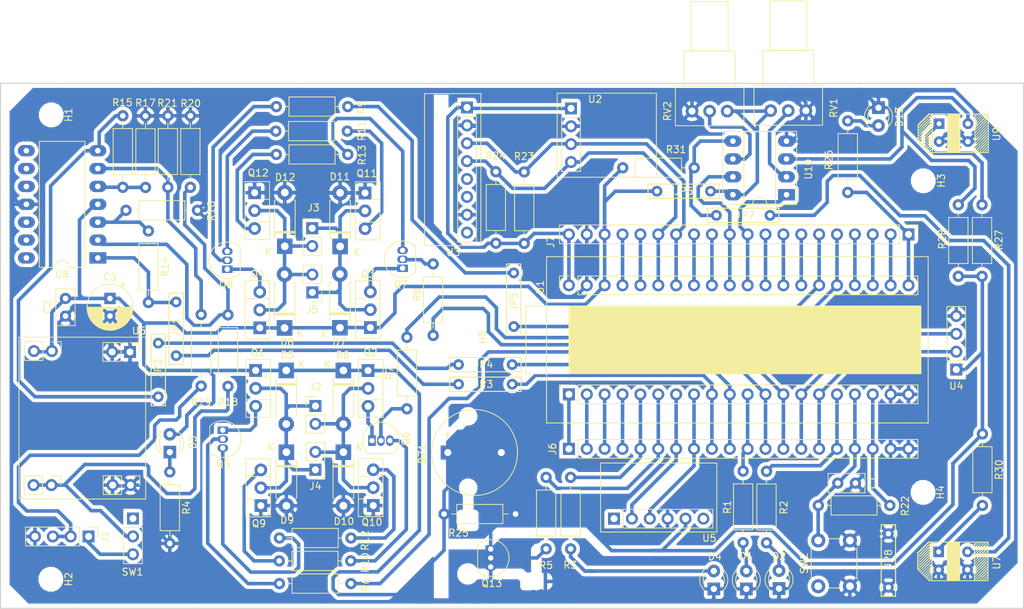
<source format=kicad_pcb>
(kicad_pcb (version 20171130) (host pcbnew "(5.0.0)")
  (layers (0 F.Cu signal) (31 B.Cu signal) (34 B.Paste user) (35 F.Paste user) (36 B.SilkS user) (37 F.SilkS user) (38 B.Mask user) (39 F.Mask user) (44 Edge.Cuts user))
  (net 0 "")
  (net 1 GND)
  (net 2 "Net-(D1-Pad2)")
  (net 3 "Net-(D2-Pad2)")
  (net 4 +5V)
  (net 5 "Net-(D3-Pad1)")
  (net 6 "Net-(D4-Pad2)")
  (net 7 "Net-(D5-Pad2)")
  (net 8 "Net-(D10-Pad1)")
  (net 9 "Net-(D11-Pad1)")
  (net 10 "Net-(D12-Pad1)")
  (net 11 BATT_MED)
  (net 12 NRST)
  (net 13 PWM2N)
  (net 14 PWM1N)
  (net 15 A3)
  (net 16 A2)
  (net 17 PWM2)
  (net 18 PWM1)
  (net 19 PWM_BZ)
  (net 20 D5)
  (net 21 D4)
  (net 22 D3)
  (net 23 VBAT)
  (net 24 PB9)
  (net 25 PB8)
  (net 26 I2C_SDA1)
  (net 27 I2C_SCL1)
  (net 28 D1)
  (net 29 D2)
  (net 30 USBD+)
  (net 31 USBD-)
  (net 32 SERIAL_RX1)
  (net 33 SERIAL_TX1)
  (net 34 PB15)
  (net 35 PB14)
  (net 36 PB13)
  (net 37 "Net-(Q1-Pad3)")
  (net 38 "Net-(Q2-Pad3)")
  (net 39 "Net-(Q3-Pad3)")
  (net 40 "Net-(Q4-Pad3)")
  (net 41 "Net-(Q5-Pad3)")
  (net 42 "Net-(Q5-Pad2)")
  (net 43 "Net-(Q6-Pad3)")
  (net 44 "Net-(Q6-Pad2)")
  (net 45 "Net-(Q7-Pad3)")
  (net 46 "Net-(Q7-Pad2)")
  (net 47 "Net-(Q8-Pad3)")
  (net 48 "Net-(Q8-Pad2)")
  (net 49 "Net-(Q9-Pad3)")
  (net 50 "Net-(Q10-Pad3)")
  (net 51 "Net-(Q11-Pad3)")
  (net 52 "Net-(Q12-Pad3)")
  (net 53 "Net-(R14-Pad1)")
  (net 54 "Net-(R15-Pad1)")
  (net 55 "Net-(R18-Pad1)")
  (net 56 +3.3V)
  (net 57 "Net-(U5-Pad6)")
  (net 58 "Net-(U5-Pad1)")
  (net 59 "Net-(U3-Pad8)")
  (net 60 "Net-(U3-Pad6)")
  (net 61 "Net-(U3-Pad5)")
  (net 62 PA10)
  (net 63 "Net-(J1-Pad1)")
  (net 64 "Net-(BZ1-Pad2)")
  (net 65 "Net-(Q13-Pad2)")
  (net 66 "Net-(SW1-Pad1)")
  (net 67 PC13)
  (net 68 BATT+)
  (net 69 PB5)
  (net 70 PB4)
  (net 71 "Net-(D13-Pad2)")
  (net 72 D6)
  (net 73 TCRT_LF)
  (net 74 TCRT_RG)
  (net 75 "Net-(R19-Pad2)")
  (net 76 "Net-(R27-Pad2)")
  (net 77 "Net-(R28-Pad2)")
  (net 78 "Net-(R30-Pad2)")
  (net 79 "Net-(RV1-Pad2)")
  (net 80 "Net-(RV2-Pad2)")
  (net 81 "Net-(JP1-Pad2)")
  (net 82 "Net-(JP2-Pad1)")
  (net 83 "Net-(JP2-Pad2)")
  (net 84 "Net-(JP1-Pad1)")
  (net 85 "Net-(JP5-Pad1)")
  (net 86 "Net-(JP7-Pad1)")
  (net 87 "Net-(JP7-Pad2)")
  (net 88 PC15)
  (net 89 PC14)
  (module LED_THT:LED_D3.0mm (layer F.Cu) (at 134.4482 96.8922 90)
    (fp_text reference D2 (at 4.572 0.0254) (layer F.SilkS))
    (fp_text value LED_B)
    (pad 2 thru_hole circle (at 2.54 0 90) (size 1.8 1.8) (drill 0.9) (layers *.Cu *.Mask) (net 3 "Net-(D2-Pad2)"))
    (pad 1 thru_hole rect (at 0 0 90) (size 1.8 1.8) (drill 0.9) (layers *.Cu *.Mask) (net 1 GND))
  )
  (module Resistor_THT:R_Axial_DIN0207_L6.3mm_D2.5mm_P10.16mm_Horizontal (layer F.Cu) (at 86.8486 86.3004)
    (fp_text reference R25 (at 2.0574 2.6924) (layer F.SilkS))
    (fp_text value 100R)
    (pad 2 thru_hole oval (at 10.16 0) (size 1.6 1.6) (drill 0.8) (layers *.Cu *.Mask) (net 64 "Net-(BZ1-Pad2)"))
    (pad 1 thru_hole circle (at 0 0) (size 1.6 1.6) (drill 0.8) (layers *.Cu *.Mask) (net 4 +5V))
  )
  (module Capacitor_THT:C_Disc_D5.0mm_W2.5mm_P2.50mm (layer F.Cu) (at 142.8048 81.9062)
    (fp_text reference C1 (at 4.9276 -0.1016 90) (layer F.SilkS))
    (fp_text value 100n)
    (pad 2 thru_hole circle (at 2.5 0) (size 1.6 1.6) (drill 0.8) (layers *.Cu *.Mask) (net 1 GND))
    (pad 1 thru_hole circle (at 0 0) (size 1.6 1.6) (drill 0.8) (layers *.Cu *.Mask) (net 12 NRST))
  )
  (module Capacitor_THT:C_Disc_D5.0mm_W2.5mm_P2.50mm (layer F.Cu) (at 33.0514 55.668 270)
    (fp_text reference C2 (at 1.1938 2.5654 270) (layer F.SilkS))
    (fp_text value 100n)
    (pad 1 thru_hole circle (at 0 0 270) (size 1.6 1.6) (drill 0.8) (layers *.Cu *.Mask) (net 4 +5V))
    (pad 2 thru_hole circle (at 2.5 0 270) (size 1.6 1.6) (drill 0.8) (layers *.Cu *.Mask) (net 1 GND))
  )
  (module kit_robotica_prototipo:Jumper_7.62mm (layer F.Cu) (at 149.993 92.9044 90)
    (fp_text reference JP8 (at 0.254 0 90) (layer F.SilkS))
    (fp_text value Jumper)
    (pad 1 thru_hole circle (at -3.81 0 90) (size 1.524 1.524) (drill 0.762) (layers *.Cu *.Mask) (net 1 GND))
    (pad 2 thru_hole circle (at 3.81 0 90) (size 1.524 1.524) (drill 0.762) (layers *.Cu *.Mask) (net 1 GND))
  )
  (module Capacitor_THT:CP_Radial_D6.3mm_P2.50mm (layer F.Cu) (at 39.376 55.668 270)
    (fp_text reference C3 (at -3.048 0.0254) (layer F.SilkS))
    (fp_text value 1uF)
    (pad 1 thru_hole rect (at 0 0 270) (size 1.6 1.6) (drill 0.8) (layers *.Cu *.Mask) (net 4 +5V))
    (pad 2 thru_hole circle (at 2.5 0 270) (size 1.6 1.6) (drill 0.8) (layers *.Cu *.Mask) (net 1 GND))
  )
  (module MountingHole:MountingHole_2.5mm (layer F.Cu) (at 154.9206 83.227)
    (fp_text reference H4 (at 2.4765 0 90) (layer F.SilkS))
    (fp_text value MountingHole)
    (pad 1 np_thru_hole circle (at 0 0) (size 2.5 2.5) (drill 2.5) (layers *.Cu *.Mask))
  )
  (module kit_robotica_prototipo:Jumper_7.62mm (layer F.Cu) (at 120.91 40.428)
    (fp_text reference JP6 (at 0 0) (layer F.SilkS))
    (fp_text value Jumper)
    (pad 2 thru_hole circle (at 3.81 0) (size 1.524 1.524) (drill 0.762) (layers *.Cu *.Mask) (net 4 +5V))
    (pad 1 thru_hole circle (at -3.81 0) (size 1.524 1.524) (drill 0.762) (layers *.Cu *.Mask) (net 4 +5V))
  )
  (module kit_robotica_prototipo:Jumper_7.62mm (layer F.Cu) (at 129.3555 43.857)
    (fp_text reference JP7 (at 0.254 0) (layer F.SilkS))
    (fp_text value Jumper)
    (pad 1 thru_hole circle (at -3.81 0) (size 1.524 1.524) (drill 0.762) (layers *.Cu *.Mask) (net 86 "Net-(JP7-Pad1)"))
    (pad 2 thru_hole circle (at 3.81 0) (size 1.524 1.524) (drill 0.762) (layers *.Cu *.Mask) (net 87 "Net-(JP7-Pad2)"))
  )
  (module kit_robotica_prototipo:Jumper_7.62mm (layer F.Cu) (at 96.7546 55.8458 270)
    (fp_text reference JP5 (at 0.254 0 270) (layer F.SilkS))
    (fp_text value Jumper)
    (pad 1 thru_hole circle (at -3.81 0 270) (size 1.524 1.524) (drill 0.762) (layers *.Cu *.Mask) (net 85 "Net-(JP5-Pad1)"))
    (pad 2 thru_hole circle (at 3.81 0 270) (size 1.524 1.524) (drill 0.762) (layers *.Cu *.Mask) (net 17 PWM2))
  )
  (module kit_robotica_prototipo:Jumper_7.62mm (layer F.Cu) (at 92.716 67.86 180)
    (fp_text reference JP3 (at 0.254 0 180) (layer F.SilkS))
    (fp_text value Jumper)
    (pad 2 thru_hole circle (at 3.81 0 180) (size 1.524 1.524) (drill 0.762) (layers *.Cu *.Mask) (net 84 "Net-(JP1-Pad1)"))
    (pad 1 thru_hole circle (at -3.81 0 180) (size 1.524 1.524) (drill 0.762) (layers *.Cu *.Mask) (net 16 A2))
  )
  (module kit_robotica_prototipo:Jumper_7.62mm (layer F.Cu) (at 92.716 65.066)
    (fp_text reference JP4 (at -0.254 0) (layer F.SilkS))
    (fp_text value Jumper)
    (pad 1 thru_hole circle (at -3.81 0) (size 1.524 1.524) (drill 0.762) (layers *.Cu *.Mask) (net 83 "Net-(JP2-Pad2)"))
    (pad 2 thru_hole circle (at 3.81 0) (size 1.524 1.524) (drill 0.762) (layers *.Cu *.Mask) (net 15 A3))
  )
  (module kit_robotica_prototipo:Jumper_7.62mm (layer F.Cu) (at 46.234 65.828 90)
    (fp_text reference JP2 (at 0.254 0 90) (layer F.SilkS))
    (fp_text value Jumper)
    (pad 2 thru_hole circle (at 3.81 0 90) (size 1.524 1.524) (drill 0.762) (layers *.Cu *.Mask) (net 83 "Net-(JP2-Pad2)"))
    (pad 1 thru_hole circle (at -3.81 0 90) (size 1.524 1.524) (drill 0.762) (layers *.Cu *.Mask) (net 82 "Net-(JP2-Pad1)"))
  )
  (module kit_robotica_prototipo:Jumper_7.62mm (layer F.Cu) (at 48.774 59.986 90)
    (fp_text reference JP1 (at 0.254 0 90) (layer F.SilkS))
    (fp_text value Jumper)
    (pad 2 thru_hole circle (at 3.81 0 90) (size 1.524 1.524) (drill 0.762) (layers *.Cu *.Mask) (net 81 "Net-(JP1-Pad2)"))
    (pad 1 thru_hole circle (at -3.81 0 90) (size 1.524 1.524) (drill 0.762) (layers *.Cu *.Mask) (net 84 "Net-(JP1-Pad1)"))
  )
  (module MountingHole:MountingHole_2.5mm (layer F.Cu) (at 89.922 61.1544)
    (fp_text reference H5 (at 2.413 0 90) (layer F.SilkS))
    (fp_text value MountingHole)
    (pad 1 np_thru_hole circle (at 0 0) (size 2.5 2.5) (drill 2.5) (layers *.Cu *.Mask))
  )
  (module MountingHole:MountingHole_2.5mm (layer F.Cu) (at 154.946 38.9421)
    (fp_text reference H3 (at 2.5654 -0.0127 90) (layer F.SilkS))
    (fp_text value MountingHole)
    (pad 1 np_thru_hole circle (at 0 0) (size 2.5 2.5) (drill 2.5) (layers *.Cu *.Mask))
  )
  (module MountingHole:MountingHole_2.5mm (layer F.Cu) (at 30.97 95.57)
    (fp_text reference H2 (at 2.5386 0.0014 90) (layer F.SilkS))
    (fp_text value MountingHole)
    (pad 1 np_thru_hole circle (at 0 0) (size 2.5 2.5) (drill 2.5) (layers *.Cu *.Mask))
  )
  (module MountingHole:MountingHole_2.5mm (layer F.Cu) (at 31.03 29.58)
    (fp_text reference H1 (at 2.4786 0.0022 90) (layer F.SilkS))
    (fp_text value MountingHole)
    (pad 1 np_thru_hole circle (at 0 0) (size 2.5 2.5) (drill 2.5) (layers *.Cu *.Mask))
  )
  (module Sensor:TCRT5000 (layer F.Cu) (at 159.1 32.36)
    (fp_text reference U9 (at 6.28 -0.05 90) (layer F.SilkS))
    (fp_text value TCRT5000)
    (pad 1 thru_hole rect (at -1.905 -1.524 90) (size 1.5 1.524) (drill 0.7) (layers *.Cu *.Mask) (net 76 "Net-(R27-Pad2)"))
    (pad 2 thru_hole circle (at -1.905 1.016) (size 1.5 1.5) (drill 0.7) (layers *.Cu *.Mask) (net 1 GND))
    (pad 4 thru_hole circle (at 2.195 -1.524) (size 1.524 1.524) (drill 0.762) (layers *.Cu *.Mask) (net 77 "Net-(R28-Pad2)"))
    (pad 3 thru_hole circle (at 2.195 1.016) (size 1.524 1.524) (drill 0.762) (layers *.Cu *.Mask) (net 1 GND))
  )
  (module Sensor:TCRT5000 (layer F.Cu) (at 159.04 93.2)
    (fp_text reference U7 (at 6.34 -0.01 90) (layer F.SilkS))
    (fp_text value TCRT5000)
    (pad 1 thru_hole rect (at -1.905 -1.524 90) (size 1.5 1.524) (drill 0.7) (layers *.Cu *.Mask) (net 78 "Net-(R30-Pad2)"))
    (pad 2 thru_hole circle (at -1.905 1.016) (size 1.5 1.5) (drill 0.7) (layers *.Cu *.Mask) (net 1 GND))
    (pad 4 thru_hole circle (at 2.195 -1.524) (size 1.524 1.524) (drill 0.762) (layers *.Cu *.Mask) (net 87 "Net-(JP7-Pad2)"))
    (pad 3 thru_hole circle (at 2.195 1.016) (size 1.524 1.524) (drill 0.762) (layers *.Cu *.Mask) (net 1 GND))
  )
  (module Sensor:HC05 (layer F.Cu) (at 111.004 86.9608 90)
    (fp_text reference U5 (at -2.7686 13.5382 180) (layer F.SilkS))
    (fp_text value HC-05)
    (pad 1 thru_hole rect (at 0 0 90) (size 1.7 1.7) (drill 1) (layers *.Cu *.Mask) (net 58 "Net-(U5-Pad1)"))
    (pad 2 thru_hole oval (at 0 2.54 90) (size 1.7 1.7) (drill 1) (layers *.Cu *.Mask) (net 33 SERIAL_TX1))
    (pad 3 thru_hole oval (at 0 5.08 90) (size 1.7 1.7) (drill 1) (layers *.Cu *.Mask) (net 32 SERIAL_RX1))
    (pad 4 thru_hole oval (at 0 7.62 90) (size 1.7 1.7) (drill 1) (layers *.Cu *.Mask) (net 1 GND))
    (pad 5 thru_hole oval (at 0 10.16 90) (size 1.7 1.7) (drill 1) (layers *.Cu *.Mask) (net 4 +5V))
    (pad 6 thru_hole oval (at 0 12.7 90) (size 1.7 1.7) (drill 1) (layers *.Cu *.Mask) (net 57 "Net-(U5-Pad6)"))
  )
  (module Sensor:BMP180 (layer F.Cu) (at 104.89 28.725)
    (fp_text reference U2 (at 3.425 -1.375) (layer F.SilkS))
    (fp_text value BMP180)
    (pad 1 thru_hole rect (at 0 -0.0635) (size 1.7 1.7) (drill 1) (layers *.Cu *.Mask) (net 56 +3.3V))
    (pad 2 thru_hole oval (at 0 2.4765) (size 1.7 1.7) (drill 1) (layers *.Cu *.Mask) (net 1 GND))
    (pad 3 thru_hole oval (at 0 5.0165) (size 1.7 1.7) (drill 1) (layers *.Cu *.Mask) (net 27 I2C_SCL1))
    (pad 4 thru_hole oval (at 0 7.5565) (size 1.7 1.7) (drill 1) (layers *.Cu *.Mask) (net 26 I2C_SDA1))
  )
  (module Sensor:GY-521 (layer F.Cu) (at 88.715 37.55)
    (fp_text reference U3 (at -0.55 11.575) (layer F.SilkS))
    (fp_text value GY-521)
    (pad 8 thru_hole oval (at 1.397 8.763) (size 1.7 1.7) (drill 1) (layers *.Cu *.Mask) (net 59 "Net-(U3-Pad8)"))
    (pad 7 thru_hole oval (at 1.397 6.223) (size 1.7 1.7) (drill 1) (layers *.Cu *.Mask) (net 1 GND))
    (pad 6 thru_hole oval (at 1.397 3.683) (size 1.7 1.7) (drill 1) (layers *.Cu *.Mask) (net 60 "Net-(U3-Pad6)"))
    (pad 5 thru_hole oval (at 1.397 1.143) (size 1.7 1.7) (drill 1) (layers *.Cu *.Mask) (net 61 "Net-(U3-Pad5)"))
    (pad 4 thru_hole oval (at 1.397 -1.397) (size 1.7 1.7) (drill 1) (layers *.Cu *.Mask) (net 26 I2C_SDA1))
    (pad 3 thru_hole oval (at 1.397 -3.937) (size 1.7 1.7) (drill 1) (layers *.Cu *.Mask) (net 27 I2C_SCL1))
    (pad 2 thru_hole oval (at 1.397 -6.477) (size 1.7 1.7) (drill 1) (layers *.Cu *.Mask) (net 1 GND))
    (pad 1 thru_hole rect (at 1.397 -9.017) (size 1.7 1.7) (drill 1) (layers *.Cu *.Mask) (net 56 +3.3V))
  )
  (module Package_DIP:DIP-8_W7.62mm_Socket_LongPads (layer F.Cu) (at 135.515 40.925 180)
    (fp_text reference U10 (at -3.125 3.625 90) (layer F.SilkS))
    (fp_text value LM393)
    (pad 8 thru_hole oval (at 7.62 0 180) (size 2.4 1.6) (drill 0.8) (layers *.Cu *.Mask) (net 4 +5V))
    (pad 4 thru_hole oval (at 0 7.62 180) (size 2.4 1.6) (drill 0.8) (layers *.Cu *.Mask) (net 1 GND))
    (pad 7 thru_hole oval (at 7.62 2.54 180) (size 2.4 1.6) (drill 0.8) (layers *.Cu *.Mask) (net 74 TCRT_RG))
    (pad 3 thru_hole oval (at 0 5.08 180) (size 2.4 1.6) (drill 0.8) (layers *.Cu *.Mask) (net 77 "Net-(R28-Pad2)"))
    (pad 6 thru_hole oval (at 7.62 5.08 180) (size 2.4 1.6) (drill 0.8) (layers *.Cu *.Mask) (net 80 "Net-(RV2-Pad2)"))
    (pad 2 thru_hole oval (at 0 2.54 180) (size 2.4 1.6) (drill 0.8) (layers *.Cu *.Mask) (net 79 "Net-(RV1-Pad2)"))
    (pad 5 thru_hole oval (at 7.62 7.62 180) (size 2.4 1.6) (drill 0.8) (layers *.Cu *.Mask) (net 86 "Net-(JP7-Pad1)"))
    (pad 1 thru_hole rect (at 0 0 180) (size 2.4 1.6) (drill 0.8) (layers *.Cu *.Mask) (net 73 TCRT_LF))
  )
  (module Package_DIP:DIP-14_W10.16mm_LongPads (layer F.Cu) (at 37.65 49.91 180)
    (fp_text reference U8 (at 5.08 -2.33) (layer F.SilkS))
    (fp_text value LM324)
    (pad 14 thru_hole oval (at 10.16 0 180) (size 2.4 1.6) (drill 0.8) (layers *.Cu *.Mask))
    (pad 7 thru_hole oval (at 0 15.24 180) (size 2.4 1.6) (drill 0.8) (layers *.Cu *.Mask) (net 82 "Net-(JP2-Pad1)"))
    (pad 13 thru_hole oval (at 10.16 2.54 180) (size 2.4 1.6) (drill 0.8) (layers *.Cu *.Mask))
    (pad 6 thru_hole oval (at 0 12.7 180) (size 2.4 1.6) (drill 0.8) (layers *.Cu *.Mask) (net 75 "Net-(R19-Pad2)"))
    (pad 12 thru_hole oval (at 10.16 5.08 180) (size 2.4 1.6) (drill 0.8) (layers *.Cu *.Mask))
    (pad 5 thru_hole oval (at 0 10.16 180) (size 2.4 1.6) (drill 0.8) (layers *.Cu *.Mask) (net 54 "Net-(R15-Pad1)"))
    (pad 11 thru_hole oval (at 10.16 7.62 180) (size 2.4 1.6) (drill 0.8) (layers *.Cu *.Mask) (net 1 GND))
    (pad 4 thru_hole oval (at 0 7.62 180) (size 2.4 1.6) (drill 0.8) (layers *.Cu *.Mask) (net 4 +5V))
    (pad 10 thru_hole oval (at 10.16 10.16 180) (size 2.4 1.6) (drill 0.8) (layers *.Cu *.Mask))
    (pad 3 thru_hole oval (at 0 5.08 180) (size 2.4 1.6) (drill 0.8) (layers *.Cu *.Mask) (net 53 "Net-(R14-Pad1)"))
    (pad 9 thru_hole oval (at 10.16 12.7 180) (size 2.4 1.6) (drill 0.8) (layers *.Cu *.Mask))
    (pad 2 thru_hole oval (at 0 2.54 180) (size 2.4 1.6) (drill 0.8) (layers *.Cu *.Mask) (net 55 "Net-(R18-Pad1)"))
    (pad 8 thru_hole oval (at 10.16 15.24 180) (size 2.4 1.6) (drill 0.8) (layers *.Cu *.Mask))
    (pad 1 thru_hole rect (at 0 0 180) (size 2.4 1.6) (drill 0.8) (layers *.Cu *.Mask) (net 81 "Net-(JP1-Pad2)"))
  )
  (module Potentiometer_THT:Potentiometer_Alps_RK09Y11_Single_Horizontal (layer F.Cu) (at 127.09 29.05 90)
    (fp_text reference RV2 (at 0 -8.5 90) (layer F.SilkS))
    (fp_text value POT)
    (pad 1 thru_hole circle (at 0 0 90) (size 1.8 1.8) (drill 1) (layers *.Cu *.Mask) (net 4 +5V))
    (pad 2 thru_hole circle (at 0 -2.5 90) (size 1.8 1.8) (drill 1) (layers *.Cu *.Mask) (net 80 "Net-(RV2-Pad2)"))
    (pad 3 thru_hole circle (at 0 -5 90) (size 1.8 1.8) (drill 1) (layers *.Cu *.Mask) (net 1 GND))
  )
  (module Potentiometer_THT:Potentiometer_Alps_RK09Y11_Single_Horizontal (layer F.Cu) (at 138.26 28.98 90)
    (fp_text reference RV1 (at 0.38 3.955 90) (layer F.SilkS))
    (fp_text value POT)
    (pad 1 thru_hole circle (at 0 0 90) (size 1.8 1.8) (drill 1) (layers *.Cu *.Mask) (net 1 GND))
    (pad 2 thru_hole circle (at 0 -2.5 90) (size 1.8 1.8) (drill 1) (layers *.Cu *.Mask) (net 79 "Net-(RV1-Pad2)"))
    (pad 3 thru_hole circle (at 0 -5 90) (size 1.8 1.8) (drill 1) (layers *.Cu *.Mask) (net 4 +5V))
  )
  (module Resistor_THT:R_Axial_DIN0207_L6.3mm_D2.5mm_P10.16mm_Horizontal (layer F.Cu) (at 112.24 37.1)
    (fp_text reference R31 (at 7.59 -2.59) (layer F.SilkS))
    (fp_text value 10K)
    (pad 2 thru_hole oval (at 10.16 0) (size 1.6 1.6) (drill 0.8) (layers *.Cu *.Mask) (net 86 "Net-(JP7-Pad1)"))
    (pad 1 thru_hole circle (at 0 0) (size 1.6 1.6) (drill 0.8) (layers *.Cu *.Mask) (net 4 +5V))
  )
  (module Resistor_THT:R_Axial_DIN0207_L6.3mm_D2.5mm_P10.16mm_Horizontal (layer F.Cu) (at 163.3534 74.9212 270)
    (fp_text reference R30 (at 5.08 -2.37 90) (layer F.SilkS))
    (fp_text value 1K)
    (pad 2 thru_hole oval (at 10.16 0 270) (size 1.6 1.6) (drill 0.8) (layers *.Cu *.Mask) (net 78 "Net-(R30-Pad2)"))
    (pad 1 thru_hole circle (at 0 0 270) (size 1.6 1.6) (drill 0.8) (layers *.Cu *.Mask) (net 4 +5V))
  )
  (module Resistor_THT:R_Axial_DIN0207_L6.3mm_D2.5mm_P10.16mm_Horizontal (layer F.Cu) (at 159.93 52.52 90)
    (fp_text reference R28 (at 5.2848 -2.2662 90) (layer F.SilkS))
    (fp_text value 10K)
    (pad 2 thru_hole oval (at 10.16 0 90) (size 1.6 1.6) (drill 0.8) (layers *.Cu *.Mask) (net 77 "Net-(R28-Pad2)"))
    (pad 1 thru_hole circle (at 0 0 90) (size 1.6 1.6) (drill 0.8) (layers *.Cu *.Mask) (net 4 +5V))
  )
  (module Resistor_THT:R_Axial_DIN0207_L6.3mm_D2.5mm_P10.16mm_Horizontal (layer F.Cu) (at 163.3 52.52 90)
    (fp_text reference R27 (at 5.1578 2.3902 90) (layer F.SilkS))
    (fp_text value 1K)
    (pad 2 thru_hole oval (at 10.16 0 90) (size 1.6 1.6) (drill 0.8) (layers *.Cu *.Mask) (net 76 "Net-(R27-Pad2)"))
    (pad 1 thru_hole circle (at 0 0 90) (size 1.6 1.6) (drill 0.8) (layers *.Cu *.Mask) (net 4 +5V))
  )
  (module Resistor_THT:R_Axial_DIN0207_L6.3mm_D2.5mm_P10.16mm_Horizontal (layer F.Cu) (at 144.22 30.44 270)
    (fp_text reference R26 (at 5.543 2.6725 90) (layer F.SilkS))
    (fp_text value 1K)
    (pad 2 thru_hole oval (at 10.16 0 270) (size 1.6 1.6) (drill 0.8) (layers *.Cu *.Mask) (net 72 D6))
    (pad 1 thru_hole circle (at 0 0 270) (size 1.6 1.6) (drill 0.8) (layers *.Cu *.Mask) (net 71 "Net-(D13-Pad2)"))
  )
  (module LED_THT:LED_D3.0mm (layer F.Cu) (at 148.58 28.56 270)
    (fp_text reference D13 (at 1.27 -2.96 90) (layer F.SilkS))
    (fp_text value LED_LOW)
    (pad 2 thru_hole circle (at 2.54 0 270) (size 1.8 1.8) (drill 0.9) (layers *.Cu *.Mask) (net 71 "Net-(D13-Pad2)"))
    (pad 1 thru_hole rect (at 0 0 270) (size 1.8 1.8) (drill 0.9) (layers *.Cu *.Mask) (net 1 GND))
  )
  (module Connector_PinHeader_2.54mm:PinHeader_1x04_P2.54mm_Vertical (layer F.Cu) (at 36.3324 89.489 270)
    (fp_text reference J1 (at 0 -2.33 90) (layer F.SilkS))
    (fp_text value Conn_01x04)
    (pad 4 thru_hole oval (at 0 7.62 270) (size 1.7 1.7) (drill 1) (layers *.Cu *.Mask) (net 1 GND))
    (pad 3 thru_hole oval (at 0 5.08 270) (size 1.7 1.7) (drill 1) (layers *.Cu *.Mask) (net 11 BATT_MED))
    (pad 2 thru_hole oval (at 0 2.54 270) (size 1.7 1.7) (drill 1) (layers *.Cu *.Mask) (net 11 BATT_MED))
    (pad 1 thru_hole rect (at 0 0 270) (size 1.7 1.7) (drill 1) (layers *.Cu *.Mask) (net 63 "Net-(J1-Pad1)"))
  )
  (module Transformer_THT:StepDown_DC_DC (layer F.Cu) (at 34.92 73.05 270)
    (fp_text reference U6 (at -12.78 -8.58) (layer F.SilkS))
    (fp_text value StepDown_DC_DC)
    (pad 5 thru_hole oval (at 9.144 6.4135 270) (size 1.7 1.7) (drill 1) (layers *.Cu *.Mask) (net 68 BATT+))
    (pad 6 thru_hole circle (at 9.144 3.8735 270) (size 1.7 1.7) (drill 1) (layers *.Cu *.Mask) (net 68 BATT+))
    (pad 7 thru_hole oval (at 9.144 -4.826 270) (size 1.7 1.7) (drill 1) (layers *.Cu *.Mask) (net 1 GND))
    (pad 8 thru_hole circle (at 9.144 -7.366 270) (size 1.7 1.7) (drill 1) (layers *.Cu *.Mask) (net 1 GND))
    (pad 2 thru_hole oval (at -9.779 -4.7625 270) (size 1.7 1.7) (drill 1) (layers *.Cu *.Mask) (net 1 GND))
    (pad 1 thru_hole rect (at -9.779 -7.3025 270) (size 1.7 1.7) (drill 1) (layers *.Cu *.Mask) (net 1 GND))
    (pad 3 thru_hole circle (at -9.906 3.81 270) (size 1.7 1.7) (drill 1) (layers *.Cu *.Mask) (net 4 +5V))
    (pad 4 thru_hole oval (at -9.906 6.35 270) (size 1.7 1.7) (drill 1) (layers *.Cu *.Mask) (net 4 +5V))
  )
  (module Button_Switch_THT:SW_PUSH_6mm (layer F.Cu) (at 140.0235 96.562 90)
    (fp_text reference SW2 (at 3.25 -2 90) (layer F.SilkS))
    (fp_text value Push_Button)
    (pad 1 thru_hole circle (at 6.5 0 180) (size 2 2) (drill 1.1) (layers *.Cu *.Mask) (net 12 NRST))
    (pad 2 thru_hole circle (at 6.5 4.5 180) (size 2 2) (drill 1.1) (layers *.Cu *.Mask) (net 1 GND))
    (pad 1 thru_hole circle (at 0 0 180) (size 2 2) (drill 1.1) (layers *.Cu *.Mask) (net 12 NRST))
    (pad 2 thru_hole circle (at 0 4.5 180) (size 2 2) (drill 1.1) (layers *.Cu *.Mask) (net 1 GND))
  )
  (module Connector_PinHeader_2.54mm:PinHeader_1x03_P2.54mm_Vertical (layer F.Cu) (at 42.64 86.94)
    (fp_text reference SW1 (at -0.06 7.59 180) (layer F.SilkS))
    (fp_text value SW_SPDT)
    (pad 3 thru_hole oval (at 0 5.08) (size 1.7 1.7) (drill 1) (layers *.Cu *.Mask) (net 63 "Net-(J1-Pad1)"))
    (pad 2 thru_hole oval (at 0 2.54) (size 1.7 1.7) (drill 1) (layers *.Cu *.Mask) (net 68 BATT+))
    (pad 1 thru_hole rect (at 0 0) (size 1.7 1.7) (drill 1) (layers *.Cu *.Mask) (net 66 "Net-(SW1-Pad1)"))
  )
  (module Resistor_THT:R_Axial_DIN0207_L6.3mm_D2.5mm_P10.16mm_Horizontal (layer F.Cu) (at 94.2146 47.8194 90)
    (fp_text reference R24 (at 12.4206 -0.0508) (layer F.SilkS))
    (fp_text value 2K2)
    (pad 2 thru_hole oval (at 10.16 0 90) (size 1.6 1.6) (drill 0.8) (layers *.Cu *.Mask) (net 26 I2C_SDA1))
    (pad 1 thru_hole circle (at 0 0 90) (size 1.6 1.6) (drill 0.8) (layers *.Cu *.Mask) (net 56 +3.3V))
  )
  (module Resistor_THT:R_Axial_DIN0207_L6.3mm_D2.5mm_P10.16mm_Horizontal (layer F.Cu) (at 98.24 47.85 90)
    (fp_text reference R23 (at 12.375 -0.0122) (layer F.SilkS))
    (fp_text value 2K2)
    (pad 2 thru_hole oval (at 10.16 0 90) (size 1.6 1.6) (drill 0.8) (layers *.Cu *.Mask) (net 27 I2C_SCL1))
    (pad 1 thru_hole circle (at 0 0 90) (size 1.6 1.6) (drill 0.8) (layers *.Cu *.Mask) (net 56 +3.3V))
  )
  (module Resistor_THT:R_Axial_DIN0207_L6.3mm_D2.5mm_P10.16mm_Horizontal (layer F.Cu) (at 150.1962 85.0812 180)
    (fp_text reference R22 (at -2.184 -0.075 90) (layer F.SilkS))
    (fp_text value 10K)
    (pad 2 thru_hole oval (at 10.16 0 180) (size 1.6 1.6) (drill 0.8) (layers *.Cu *.Mask) (net 12 NRST))
    (pad 1 thru_hole circle (at 0 0 180) (size 1.6 1.6) (drill 0.8) (layers *.Cu *.Mask) (net 56 +3.3V))
  )
  (module Package_TO_SOT_THT:TO-92_Inline (layer F.Cu) (at 93.478 91.2788 270)
    (fp_text reference Q13 (at 4.8768 -0.1524) (layer F.SilkS))
    (fp_text value BC548)
    (pad 1 thru_hole rect (at 0 0 270) (size 1.05 1.5) (drill 0.75) (layers *.Cu *.Mask) (net 64 "Net-(BZ1-Pad2)"))
    (pad 3 thru_hole oval (at 2.54 0 270) (size 1.05 1.5) (drill 0.75) (layers *.Cu *.Mask) (net 1 GND))
    (pad 2 thru_hole oval (at 1.27 0 270) (size 1.05 1.5) (drill 0.75) (layers *.Cu *.Mask) (net 65 "Net-(Q13-Pad2)"))
  )
  (module Kit_Robotica:Bluepill_STM32F103 (layer F.Cu) (at 128.72 61.8 90)
    (fp_text reference U1 (at 7.74 -28.21 90) (layer F.SilkS))
    (fp_text value BluePill_STM32F103C)
    (pad 22 thru_hole oval (at 8.001 21.59 90) (size 1.7 1.7) (drill 1) (layers *.Cu *.Mask) (net 36 PB13))
    (pad 23 thru_hole oval (at 8.001 19.05 90) (size 1.7 1.7) (drill 1) (layers *.Cu *.Mask) (net 35 PB14))
    (pad 24 thru_hole oval (at 8.001 16.51 90) (size 1.7 1.7) (drill 1) (layers *.Cu *.Mask) (net 34 PB15))
    (pad 25 thru_hole oval (at 8.001 13.97 90) (size 1.7 1.7) (drill 1) (layers *.Cu *.Mask) (net 18 PWM1))
    (pad 26 thru_hole oval (at 8.001 11.43 90) (size 1.7 1.7) (drill 1) (layers *.Cu *.Mask) (net 17 PWM2))
    (pad 27 thru_hole oval (at 8.001 8.89 90) (size 1.7 1.7) (drill 1) (layers *.Cu *.Mask) (net 62 PA10))
    (pad 28 thru_hole oval (at 8.001 6.35 90) (size 1.7 1.7) (drill 1) (layers *.Cu *.Mask) (net 31 USBD-))
    (pad 21 thru_hole oval (at 8.001 24.13 90) (size 1.7 1.7) (drill 1) (layers *.Cu *.Mask) (net 72 D6))
    (pad 32 thru_hole oval (at 8.001 -3.81 90) (size 1.7 1.7) (drill 1) (layers *.Cu *.Mask) (net 70 PB4))
    (pad 33 thru_hole oval (at 8.001 -6.35 90) (size 1.7 1.7) (drill 1) (layers *.Cu *.Mask) (net 69 PB5))
    (pad 34 thru_hole oval (at 8.001 -8.89 90) (size 1.7 1.7) (drill 1) (layers *.Cu *.Mask) (net 27 I2C_SCL1))
    (pad 35 thru_hole oval (at 8.001 -11.43 90) (size 1.7 1.7) (drill 1) (layers *.Cu *.Mask) (net 26 I2C_SDA1))
    (pad 40 thru_hole circle (at 8.007 -24.13 90) (size 1.7 1.7) (drill 1) (layers *.Cu *.Mask) (net 56 +3.3V))
    (pad 36 thru_hole oval (at 8.001 -13.97 90) (size 1.7 1.7) (drill 1) (layers *.Cu *.Mask) (net 25 PB8))
    (pad 37 thru_hole oval (at 8.001 -16.51 90) (size 1.7 1.7) (drill 1) (layers *.Cu *.Mask) (net 24 PB9))
    (pad 38 thru_hole oval (at 8.001 -19.05 90) (size 1.7 1.7) (drill 1) (layers *.Cu *.Mask) (net 4 +5V))
    (pad 39 thru_hole oval (at 8.001 -21.59 90) (size 1.7 1.7) (drill 1) (layers *.Cu *.Mask) (net 1 GND))
    (pad 29 thru_hole oval (at 8.001 3.81 90) (size 1.7 1.7) (drill 1) (layers *.Cu *.Mask) (net 30 USBD+))
    (pad 30 thru_hole oval (at 8.001 1.27 90) (size 1.7 1.7) (drill 1) (layers *.Cu *.Mask) (net 73 TCRT_LF))
    (pad 31 thru_hole oval (at 8.001 -1.27 90) (size 1.7 1.7) (drill 1) (layers *.Cu *.Mask) (net 74 TCRT_RG))
    (pad 20 thru_hole oval (at -7.493 24.13 90) (size 1.7 1.7) (drill 1) (layers *.Cu *.Mask) (net 1 GND))
    (pad 19 thru_hole oval (at -7.493 21.59 90) (size 1.7 1.7) (drill 1) (layers *.Cu *.Mask) (net 1 GND))
    (pad 18 thru_hole oval (at -7.493 19.05 90) (size 1.7 1.7) (drill 1) (layers *.Cu *.Mask) (net 56 +3.3V))
    (pad 17 thru_hole oval (at -7.493 16.51 90) (size 1.7 1.7) (drill 1) (layers *.Cu *.Mask) (net 12 NRST))
    (pad 16 thru_hole oval (at -7.493 13.97 90) (size 1.7 1.7) (drill 1) (layers *.Cu *.Mask) (net 21 D4))
    (pad 15 thru_hole oval (at -7.493 11.43 90) (size 1.7 1.7) (drill 1) (layers *.Cu *.Mask) (net 28 D1))
    (pad 14 thru_hole oval (at -7.493 8.89 90) (size 1.7 1.7) (drill 1) (layers *.Cu *.Mask) (net 29 D2))
    (pad 13 thru_hole oval (at -7.493 6.35 90) (size 1.7 1.7) (drill 1) (layers *.Cu *.Mask) (net 13 PWM2N))
    (pad 12 thru_hole oval (at -7.493 3.81 90) (size 1.7 1.7) (drill 1) (layers *.Cu *.Mask) (net 14 PWM1N))
    (pad 11 thru_hole oval (at -7.493 1.27 90) (size 1.7 1.7) (drill 1) (layers *.Cu *.Mask) (net 22 D3))
    (pad 10 thru_hole oval (at -7.493 -1.27 90) (size 1.7 1.7) (drill 1) (layers *.Cu *.Mask) (net 15 A3))
    (pad 9 thru_hole oval (at -7.493 -3.81 90) (size 1.7 1.7) (drill 1) (layers *.Cu *.Mask) (net 16 A2))
    (pad 8 thru_hole oval (at -7.493 -6.35 90) (size 1.7 1.7) (drill 1) (layers *.Cu *.Mask) (net 32 SERIAL_RX1))
    (pad 7 thru_hole oval (at -7.493 -8.89 90) (size 1.7 1.7) (drill 1) (layers *.Cu *.Mask) (net 33 SERIAL_TX1))
    (pad 6 thru_hole oval (at -7.493 -11.43 90) (size 1.7 1.7) (drill 1) (layers *.Cu *.Mask) (net 19 PWM_BZ))
    (pad 5 thru_hole oval (at -7.493 -13.97 90) (size 1.7 1.7) (drill 1) (layers *.Cu *.Mask) (net 20 D5))
    (pad 4 thru_hole oval (at -7.493 -16.51 90) (size 1.7 1.7) (drill 1) (layers *.Cu *.Mask) (net 88 PC15))
    (pad 3 thru_hole oval (at -7.493 -19.05 90) (size 1.7 1.7) (drill 1) (layers *.Cu *.Mask) (net 89 PC14))
    (pad 2 thru_hole oval (at -7.493 -21.59 90) (size 1.7 1.7) (drill 1) (layers *.Cu *.Mask) (net 67 PC13))
    (pad 1 thru_hole rect (at -7.493 -24.13 90) (size 1.7 1.7) (drill 1) (layers *.Cu *.Mask) (net 23 VBAT))
  )
  (module Connector_PinHeader_2.54mm:PinHeader_1x04_P2.54mm_Vertical (layer F.Cu) (at 159.64 65.775 180)
    (fp_text reference U4 (at 0 -2.33) (layer F.SilkS))
    (fp_text value HC-SR04)
    (pad 4 thru_hole oval (at 0 7.62 180) (size 1.7 1.7) (drill 1) (layers *.Cu *.Mask) (net 1 GND))
    (pad 3 thru_hole oval (at 0 5.08 180) (size 1.7 1.7) (drill 1) (layers *.Cu *.Mask) (net 29 D2))
    (pad 2 thru_hole oval (at 0 2.54 180) (size 1.7 1.7) (drill 1) (layers *.Cu *.Mask) (net 28 D1))
    (pad 1 thru_hole rect (at 0 0 180) (size 1.7 1.7) (drill 1) (layers *.Cu *.Mask) (net 4 +5V))
  )
  (module Resistor_THT:R_Axial_DIN0207_L6.3mm_D2.5mm_P10.16mm_Horizontal (layer F.Cu) (at 47.6 39.87 90)
    (fp_text reference R21 (at 11.97 -0.06) (layer F.SilkS))
    (fp_text value 10K)
    (pad 2 thru_hole oval (at 10.16 0 90) (size 1.6 1.6) (drill 0.8) (layers *.Cu *.Mask) (net 1 GND))
    (pad 1 thru_hole circle (at 0 0 90) (size 1.6 1.6) (drill 0.8) (layers *.Cu *.Mask) (net 75 "Net-(R19-Pad2)"))
  )
  (module Resistor_THT:R_Axial_DIN0207_L6.3mm_D2.5mm_P10.16mm_Horizontal (layer F.Cu) (at 50.8 39.87 90)
    (fp_text reference R20 (at 11.92 0.04) (layer F.SilkS))
    (fp_text value 10K)
    (pad 2 thru_hole oval (at 10.16 0 90) (size 1.6 1.6) (drill 0.8) (layers *.Cu *.Mask) (net 1 GND))
    (pad 1 thru_hole circle (at 0 0 90) (size 1.6 1.6) (drill 0.8) (layers *.Cu *.Mask) (net 55 "Net-(R18-Pad1)"))
  )
  (module Resistor_THT:R_Axial_DIN0207_L6.3mm_D2.5mm_P10.16mm_Horizontal (layer F.Cu) (at 52.33 68.114 90)
    (fp_text reference R19 (at -2.286 0 180) (layer F.SilkS))
    (fp_text value 15K)
    (pad 2 thru_hole oval (at 10.16 0 90) (size 1.6 1.6) (drill 0.8) (layers *.Cu *.Mask) (net 75 "Net-(R19-Pad2)"))
    (pad 1 thru_hole circle (at 0 0 90) (size 1.6 1.6) (drill 0.8) (layers *.Cu *.Mask) (net 11 BATT_MED))
  )
  (module Resistor_THT:R_Axial_DIN0207_L6.3mm_D2.5mm_P10.16mm_Horizontal (layer F.Cu) (at 56.14 58 270)
    (fp_text reference R18 (at 12.4 0 180) (layer F.SilkS))
    (fp_text value 30K)
    (pad 2 thru_hole oval (at 10.16 0 270) (size 1.6 1.6) (drill 0.8) (layers *.Cu *.Mask) (net 68 BATT+))
    (pad 1 thru_hole circle (at 0 0 270) (size 1.6 1.6) (drill 0.8) (layers *.Cu *.Mask) (net 55 "Net-(R18-Pad1)"))
  )
  (module Resistor_THT:R_Axial_DIN0207_L6.3mm_D2.5mm_P10.16mm_Horizontal (layer F.Cu) (at 44.42 39.89 90)
    (fp_text reference R17 (at 12.015 -0.005) (layer F.SilkS))
    (fp_text value 15K)
    (pad 2 thru_hole oval (at 10.16 0 90) (size 1.6 1.6) (drill 0.8) (layers *.Cu *.Mask) (net 1 GND))
    (pad 1 thru_hole circle (at 0 0 90) (size 1.6 1.6) (drill 0.8) (layers *.Cu *.Mask) (net 54 "Net-(R15-Pad1)"))
  )
  (module Resistor_THT:R_Axial_DIN0207_L6.3mm_D2.5mm_P10.16mm_Horizontal (layer F.Cu) (at 51.81 43.14 180)
    (fp_text reference R16 (at -1.98 -0.1 270) (layer F.SilkS))
    (fp_text value 30K)
    (pad 2 thru_hole oval (at 10.16 0 180) (size 1.6 1.6) (drill 0.8) (layers *.Cu *.Mask) (net 53 "Net-(R14-Pad1)"))
    (pad 1 thru_hole circle (at 0 0 180) (size 1.6 1.6) (drill 0.8) (layers *.Cu *.Mask) (net 1 GND))
  )
  (module Resistor_THT:R_Axial_DIN0207_L6.3mm_D2.5mm_P10.16mm_Horizontal (layer F.Cu) (at 41.2 39.87 90)
    (fp_text reference R15 (at 12.04 -0.06) (layer F.SilkS))
    (fp_text value 10K)
    (pad 2 thru_hole oval (at 10.16 0 90) (size 1.6 1.6) (drill 0.8) (layers *.Cu *.Mask) (net 82 "Net-(JP2-Pad1)"))
    (pad 1 thru_hole circle (at 0 0 90) (size 1.6 1.6) (drill 0.8) (layers *.Cu *.Mask) (net 54 "Net-(R15-Pad1)"))
  )
  (module Resistor_THT:R_Axial_DIN0207_L6.3mm_D2.5mm_P10.16mm_Horizontal (layer F.Cu) (at 44.837 46.0795 270)
    (fp_text reference R14 (at 5.08 -2.37 90) (layer F.SilkS))
    (fp_text value 10K)
    (pad 2 thru_hole oval (at 10.16 0 270) (size 1.6 1.6) (drill 0.8) (layers *.Cu *.Mask) (net 81 "Net-(JP1-Pad2)"))
    (pad 1 thru_hole circle (at 0 0 270) (size 1.6 1.6) (drill 0.8) (layers *.Cu *.Mask) (net 53 "Net-(R14-Pad1)"))
  )
  (module Resistor_THT:R_Axial_DIN0207_L6.3mm_D2.5mm_P10.16mm_Horizontal (layer F.Cu) (at 63.01264 35.20128)
    (fp_text reference R13 (at 12.17736 0.08872 90) (layer F.SilkS))
    (fp_text value 150R)
    (pad 2 thru_hole oval (at 10.16 0) (size 1.6 1.6) (drill 0.8) (layers *.Cu *.Mask) (net 45 "Net-(Q7-Pad3)"))
    (pad 1 thru_hole circle (at 0 0) (size 1.6 1.6) (drill 0.8) (layers *.Cu *.Mask) (net 52 "Net-(Q12-Pad3)"))
  )
  (module Resistor_THT:R_Axial_DIN0207_L6.3mm_D2.5mm_P10.16mm_Horizontal (layer F.Cu) (at 73.61968 89.70968 180)
    (fp_text reference R12 (at -2.00212 -0.34992 90) (layer F.SilkS))
    (fp_text value 150R)
    (pad 2 thru_hole oval (at 10.16 0 180) (size 1.6 1.6) (drill 0.8) (layers *.Cu *.Mask) (net 41 "Net-(Q5-Pad3)"))
    (pad 1 thru_hole circle (at 0 0 180) (size 1.6 1.6) (drill 0.8) (layers *.Cu *.Mask) (net 50 "Net-(Q10-Pad3)"))
  )
  (module Resistor_THT:R_Axial_DIN0207_L6.3mm_D2.5mm_P10.16mm_Horizontal (layer F.Cu) (at 62.9466 31.88912)
    (fp_text reference R11 (at 12.1934 -0.03912 90) (layer F.SilkS))
    (fp_text value 150R)
    (pad 2 thru_hole oval (at 10.16 0) (size 1.6 1.6) (drill 0.8) (layers *.Cu *.Mask) (net 51 "Net-(Q11-Pad3)"))
    (pad 1 thru_hole circle (at 0 0) (size 1.6 1.6) (drill 0.8) (layers *.Cu *.Mask) (net 47 "Net-(Q8-Pad3)"))
  )
  (module Resistor_THT:R_Axial_DIN0207_L6.3mm_D2.5mm_P10.16mm_Horizontal (layer F.Cu) (at 73.58412 92.96088 180)
    (fp_text reference R10 (at -2.06308 -0.24832 90) (layer F.SilkS))
    (fp_text value 150R)
    (pad 2 thru_hole oval (at 10.16 0 180) (size 1.6 1.6) (drill 0.8) (layers *.Cu *.Mask) (net 49 "Net-(Q9-Pad3)"))
    (pad 1 thru_hole circle (at 0 0 180) (size 1.6 1.6) (drill 0.8) (layers *.Cu *.Mask) (net 43 "Net-(Q6-Pad3)"))
  )
  (module Resistor_THT:R_Axial_DIN0207_L6.3mm_D2.5mm_P10.16mm_Horizontal (layer F.Cu) (at 73.17 28.4 180)
    (fp_text reference R9 (at -1.9558 -0.1016 270) (layer F.SilkS))
    (fp_text value 470R)
    (pad 2 thru_hole oval (at 10.16 0 180) (size 1.6 1.6) (drill 0.8) (layers *.Cu *.Mask) (net 48 "Net-(Q8-Pad2)"))
    (pad 1 thru_hole circle (at 0 0 180) (size 1.6 1.6) (drill 0.8) (layers *.Cu *.Mask) (net 85 "Net-(JP5-Pad1)"))
  )
  (module Resistor_THT:R_Axial_DIN0207_L6.3mm_D2.5mm_P10.16mm_Horizontal (layer F.Cu) (at 85.2992 50.7658 270)
    (fp_text reference R8 (at 4.35 2.275 90) (layer F.SilkS))
    (fp_text value 470R)
    (pad 2 thru_hole oval (at 10.16 0 270) (size 1.6 1.6) (drill 0.8) (layers *.Cu *.Mask) (net 13 PWM2N))
    (pad 1 thru_hole circle (at 0 0 270) (size 1.6 1.6) (drill 0.8) (layers *.Cu *.Mask) (net 46 "Net-(Q7-Pad2)"))
  )
  (module Resistor_THT:R_Axial_DIN0207_L6.3mm_D2.5mm_P10.16mm_Horizontal (layer F.Cu) (at 81.57 61.19 270)
    (fp_text reference R7 (at 5.10032 2.4638 90) (layer F.SilkS))
    (fp_text value 470R)
    (pad 2 thru_hole oval (at 10.16 0 270) (size 1.6 1.6) (drill 0.8) (layers *.Cu *.Mask) (net 44 "Net-(Q6-Pad2)"))
    (pad 1 thru_hole circle (at 0 0 270) (size 1.6 1.6) (drill 0.8) (layers *.Cu *.Mask) (net 18 PWM1))
  )
  (module Resistor_THT:R_Axial_DIN0207_L6.3mm_D2.5mm_P10.16mm_Horizontal (layer F.Cu) (at 63.45 96.19)
    (fp_text reference R6 (at 12.248 0.118 90) (layer F.SilkS))
    (fp_text value 470R)
    (pad 2 thru_hole oval (at 10.16 0) (size 1.6 1.6) (drill 0.8) (layers *.Cu *.Mask) (net 14 PWM1N))
    (pad 1 thru_hole circle (at 0 0) (size 1.6 1.6) (drill 0.8) (layers *.Cu *.Mask) (net 42 "Net-(Q5-Pad2)"))
  )
  (module Resistor_THT:R_Axial_DIN0207_L6.3mm_D2.5mm_P10.16mm_Horizontal (layer F.Cu) (at 101.352 91.2534 90)
    (fp_text reference R5 (at -2.3368 0 180) (layer F.SilkS))
    (fp_text value 1K)
    (pad 2 thru_hole oval (at 10.16 0 90) (size 1.6 1.6) (drill 0.8) (layers *.Cu *.Mask) (net 19 PWM_BZ))
    (pad 1 thru_hole circle (at 0 0 90) (size 1.6 1.6) (drill 0.8) (layers *.Cu *.Mask) (net 65 "Net-(Q13-Pad2)"))
  )
  (module Resistor_THT:R_Axial_DIN0207_L6.3mm_D2.5mm_P10.16mm_Horizontal (layer F.Cu) (at 47.87458 80.32008 270)
    (fp_text reference R4 (at 5.08 -2.37 90) (layer F.SilkS))
    (fp_text value 1K)
    (pad 2 thru_hole oval (at 10.16 0 270) (size 1.6 1.6) (drill 0.8) (layers *.Cu *.Mask) (net 1 GND))
    (pad 1 thru_hole circle (at 0 0 270) (size 1.6 1.6) (drill 0.8) (layers *.Cu *.Mask) (net 5 "Net-(D3-Pad1)"))
  )
  (module Resistor_THT:R_Axial_DIN0207_L6.3mm_D2.5mm_P10.16mm_Horizontal (layer F.Cu) (at 104.8318 91.2534 90)
    (fp_text reference R3 (at -2.3114 -0.0508 180) (layer F.SilkS))
    (fp_text value 1K)
    (pad 2 thru_hole oval (at 10.16 0 90) (size 1.6 1.6) (drill 0.8) (layers *.Cu *.Mask) (net 20 D5))
    (pad 1 thru_hole circle (at 0 0 90) (size 1.6 1.6) (drill 0.8) (layers *.Cu *.Mask) (net 6 "Net-(D4-Pad2)"))
  )
  (module Resistor_THT:R_Axial_DIN0207_L6.3mm_D2.5mm_P10.16mm_Horizontal (layer F.Cu) (at 132.6702 90.3898 90)
    (fp_text reference R2 (at 5.0038 2.4638 90) (layer F.SilkS))
    (fp_text value 1K)
    (pad 2 thru_hole oval (at 10.16 0 90) (size 1.6 1.6) (drill 0.8) (layers *.Cu *.Mask) (net 21 D4))
    (pad 1 thru_hole circle (at 0 0 90) (size 1.6 1.6) (drill 0.8) (layers *.Cu *.Mask) (net 3 "Net-(D2-Pad2)"))
  )
  (module Resistor_THT:R_Axial_DIN0207_L6.3mm_D2.5mm_P10.16mm_Horizontal (layer F.Cu) (at 129.3428 90.3644 90)
    (fp_text reference R1 (at 5.0546 -2.2352 90) (layer F.SilkS))
    (fp_text value 1K)
    (pad 2 thru_hole oval (at 10.16 0 90) (size 1.6 1.6) (drill 0.8) (layers *.Cu *.Mask) (net 22 D3))
    (pad 1 thru_hole circle (at 0 0 90) (size 1.6 1.6) (drill 0.8) (layers *.Cu *.Mask) (net 2 "Net-(D1-Pad2)"))
  )
  (module Package_TO_SOT_THT:TO-126-3_Vertical (layer F.Cu) (at 59.92908 40.64704 270)
    (fp_text reference Q12 (at -2.8194 -0.508 180) (layer F.SilkS))
    (fp_text value BD139)
    (pad 3 thru_hole oval (at 5.08 0 270) (size 1.8 1.8) (drill 1) (layers *.Cu *.Mask) (net 52 "Net-(Q12-Pad3)"))
    (pad 2 thru_hole oval (at 2.54 0 270) (size 1.8 1.8) (drill 1) (layers *.Cu *.Mask) (net 10 "Net-(D12-Pad1)"))
    (pad 1 thru_hole rect (at 0 0 270) (size 1.8 1.8) (drill 1) (layers *.Cu *.Mask) (net 1 GND))
  )
  (module Package_TO_SOT_THT:TO-126-3_Vertical (layer F.Cu) (at 75.6212 40.67752 270)
    (fp_text reference Q11 (at -2.7686 -0.254 180) (layer F.SilkS))
    (fp_text value BD139)
    (pad 3 thru_hole oval (at 5.08 0 270) (size 1.8 1.8) (drill 1) (layers *.Cu *.Mask) (net 51 "Net-(Q11-Pad3)"))
    (pad 2 thru_hole oval (at 2.54 0 270) (size 1.8 1.8) (drill 1) (layers *.Cu *.Mask) (net 9 "Net-(D11-Pad1)"))
    (pad 1 thru_hole rect (at 0 0 270) (size 1.8 1.8) (drill 1) (layers *.Cu *.Mask) (net 1 GND))
  )
  (module Package_TO_SOT_THT:TO-126-3_Vertical (layer F.Cu) (at 76.7896 85.09196 90)
    (fp_text reference Q10 (at -2.37804 -0.1896 180) (layer F.SilkS))
    (fp_text value BD139)
    (pad 3 thru_hole oval (at 5.08 0 90) (size 1.8 1.8) (drill 1) (layers *.Cu *.Mask) (net 50 "Net-(Q10-Pad3)"))
    (pad 2 thru_hole oval (at 2.54 0 90) (size 1.8 1.8) (drill 1) (layers *.Cu *.Mask) (net 8 "Net-(D10-Pad1)"))
    (pad 1 thru_hole rect (at 0 0 90) (size 1.8 1.8) (drill 1) (layers *.Cu *.Mask) (net 1 GND))
  )
  (module Package_TO_SOT_THT:TO-126-3_Vertical (layer F.Cu) (at 60.813 85.11228 90)
    (fp_text reference Q9 (at -2.53772 -0.273 180) (layer F.SilkS))
    (fp_text value BD139)
    (pad 3 thru_hole oval (at 5.08 0 90) (size 1.8 1.8) (drill 1) (layers *.Cu *.Mask) (net 49 "Net-(Q9-Pad3)"))
    (pad 2 thru_hole oval (at 2.54 0 90) (size 1.8 1.8) (drill 1) (layers *.Cu *.Mask) (net 7 "Net-(D5-Pad2)"))
    (pad 1 thru_hole rect (at 0 0 90) (size 1.8 1.8) (drill 1) (layers *.Cu *.Mask) (net 1 GND))
  )
  (module Package_TO_SOT_THT:TO-92_Inline (layer F.Cu) (at 56.0378 51.51316 90)
    (fp_text reference Q8 (at -2.21684 -0.1518) (layer F.SilkS))
    (fp_text value BC548)
    (pad 1 thru_hole rect (at 0 0 90) (size 1.05 1.5) (drill 0.75) (layers *.Cu *.Mask) (net 40 "Net-(Q4-Pad3)"))
    (pad 3 thru_hole oval (at 2.54 0 90) (size 1.05 1.5) (drill 0.75) (layers *.Cu *.Mask) (net 47 "Net-(Q8-Pad3)"))
    (pad 2 thru_hole oval (at 1.27 0 90) (size 1.05 1.5) (drill 0.75) (layers *.Cu *.Mask) (net 48 "Net-(Q8-Pad2)"))
  )
  (module Package_TO_SOT_THT:TO-92_Inline (layer F.Cu) (at 80.9558 51.3754 90)
    (fp_text reference Q7 (at -2.286 -0.26416 180) (layer F.SilkS))
    (fp_text value BC548)
    (pad 1 thru_hole rect (at 0 0 90) (size 1.05 1.5) (drill 0.75) (layers *.Cu *.Mask) (net 39 "Net-(Q3-Pad3)"))
    (pad 3 thru_hole oval (at 2.54 0 90) (size 1.05 1.5) (drill 0.75) (layers *.Cu *.Mask) (net 45 "Net-(Q7-Pad3)"))
    (pad 2 thru_hole oval (at 1.27 0 90) (size 1.05 1.5) (drill 0.75) (layers *.Cu *.Mask) (net 46 "Net-(Q7-Pad2)"))
  )
  (module Package_TO_SOT_THT:TO-92_Inline (layer F.Cu) (at 76.60418 75.86668)
    (fp_text reference Q6 (at 4.78582 -0.27668 90) (layer F.SilkS))
    (fp_text value BC548)
    (pad 1 thru_hole rect (at 0 0) (size 1.05 1.5) (drill 0.75) (layers *.Cu *.Mask) (net 38 "Net-(Q2-Pad3)"))
    (pad 3 thru_hole oval (at 2.54 0) (size 1.05 1.5) (drill 0.75) (layers *.Cu *.Mask) (net 43 "Net-(Q6-Pad3)"))
    (pad 2 thru_hole oval (at 1.27 0) (size 1.05 1.5) (drill 0.75) (layers *.Cu *.Mask) (net 44 "Net-(Q6-Pad2)"))
  )
  (module Package_TO_SOT_THT:TO-92_Inline (layer F.Cu) (at 55.4028 74.38332 270)
    (fp_text reference Q5 (at 4.77968 -0.0514 180) (layer F.SilkS))
    (fp_text value BC548)
    (pad 1 thru_hole rect (at 0 0 270) (size 1.05 1.5) (drill 0.75) (layers *.Cu *.Mask) (net 37 "Net-(Q1-Pad3)"))
    (pad 3 thru_hole oval (at 2.54 0 270) (size 1.05 1.5) (drill 0.75) (layers *.Cu *.Mask) (net 41 "Net-(Q5-Pad3)"))
    (pad 2 thru_hole oval (at 1.27 0 270) (size 1.05 1.5) (drill 0.75) (layers *.Cu *.Mask) (net 42 "Net-(Q5-Pad2)"))
  )
  (module Package_TO_SOT_THT:TO-126-3_Vertical (layer F.Cu) (at 60.6606 59.8342 90)
    (fp_text reference Q4 (at 7.6242 -0.3006) (layer F.SilkS))
    (fp_text value BD140)
    (pad 3 thru_hole oval (at 5.08 0 90) (size 1.8 1.8) (drill 1) (layers *.Cu *.Mask) (net 40 "Net-(Q4-Pad3)"))
    (pad 2 thru_hole oval (at 2.54 0 90) (size 1.8 1.8) (drill 1) (layers *.Cu *.Mask) (net 10 "Net-(D12-Pad1)"))
    (pad 1 thru_hole rect (at 0 0 90) (size 1.8 1.8) (drill 1) (layers *.Cu *.Mask) (net 4 +5V))
  )
  (module Package_TO_SOT_THT:TO-126-3_Vertical (layer F.Cu) (at 76.37304 59.8088 90)
    (fp_text reference Q3 (at 7.5988 -0.32304) (layer F.SilkS))
    (fp_text value BD140)
    (pad 3 thru_hole oval (at 5.08 0 90) (size 1.8 1.8) (drill 1) (layers *.Cu *.Mask) (net 39 "Net-(Q3-Pad3)"))
    (pad 2 thru_hole oval (at 2.54 0 90) (size 1.8 1.8) (drill 1) (layers *.Cu *.Mask) (net 9 "Net-(D11-Pad1)"))
    (pad 1 thru_hole rect (at 0 0 90) (size 1.8 1.8) (drill 1) (layers *.Cu *.Mask) (net 4 +5V))
  )
  (module Package_TO_SOT_THT:TO-126-3_Vertical (layer F.Cu) (at 76.04792 65.91496 270)
    (fp_text reference Q2 (at -2.55524 -0.35052 180) (layer F.SilkS))
    (fp_text value BD140)
    (pad 3 thru_hole oval (at 5.08 0 270) (size 1.8 1.8) (drill 1) (layers *.Cu *.Mask) (net 38 "Net-(Q2-Pad3)"))
    (pad 2 thru_hole oval (at 2.54 0 270) (size 1.8 1.8) (drill 1) (layers *.Cu *.Mask) (net 8 "Net-(D10-Pad1)"))
    (pad 1 thru_hole rect (at 0 0 270) (size 1.8 1.8) (drill 1) (layers *.Cu *.Mask) (net 4 +5V))
  )
  (module Package_TO_SOT_THT:TO-126-3_Vertical (layer F.Cu) (at 60.07132 65.89972 270)
    (fp_text reference Q1 (at -2.4892 -0.3302 180) (layer F.SilkS))
    (fp_text value BD140)
    (pad 3 thru_hole oval (at 5.08 0 270) (size 1.8 1.8) (drill 1) (layers *.Cu *.Mask) (net 37 "Net-(Q1-Pad3)"))
    (pad 2 thru_hole oval (at 2.54 0 270) (size 1.8 1.8) (drill 1) (layers *.Cu *.Mask) (net 7 "Net-(D5-Pad2)"))
    (pad 1 thru_hole rect (at 0 0 270) (size 1.8 1.8) (drill 1) (layers *.Cu *.Mask) (net 4 +5V))
  )
  (module Connector_PinHeader_2.54mm:PinHeader_1x20_P2.54mm_Vertical (layer F.Cu) (at 152.85 46.56 270)
    (fp_text reference J7 (at 1.06 50.85 90) (layer F.SilkS))
    (fp_text value Conn_01x20)
    (pad 20 thru_hole oval (at 0 48.26 270) (size 1.7 1.7) (drill 1) (layers *.Cu *.Mask) (net 56 +3.3V))
    (pad 19 thru_hole oval (at 0 45.72 270) (size 1.7 1.7) (drill 1) (layers *.Cu *.Mask) (net 1 GND))
    (pad 18 thru_hole oval (at 0 43.18 270) (size 1.7 1.7) (drill 1) (layers *.Cu *.Mask) (net 4 +5V))
    (pad 17 thru_hole oval (at 0 40.64 270) (size 1.7 1.7) (drill 1) (layers *.Cu *.Mask) (net 24 PB9))
    (pad 16 thru_hole oval (at 0 38.1 270) (size 1.7 1.7) (drill 1) (layers *.Cu *.Mask) (net 25 PB8))
    (pad 15 thru_hole oval (at 0 35.56 270) (size 1.7 1.7) (drill 1) (layers *.Cu *.Mask) (net 26 I2C_SDA1))
    (pad 14 thru_hole oval (at 0 33.02 270) (size 1.7 1.7) (drill 1) (layers *.Cu *.Mask) (net 27 I2C_SCL1))
    (pad 13 thru_hole oval (at 0 30.48 270) (size 1.7 1.7) (drill 1) (layers *.Cu *.Mask) (net 69 PB5))
    (pad 12 thru_hole oval (at 0 27.94 270) (size 1.7 1.7) (drill 1) (layers *.Cu *.Mask) (net 70 PB4))
    (pad 11 thru_hole oval (at 0 25.4 270) (size 1.7 1.7) (drill 1) (layers *.Cu *.Mask) (net 74 TCRT_RG))
    (pad 10 thru_hole oval (at 0 22.86 270) (size 1.7 1.7) (drill 1) (layers *.Cu *.Mask) (net 73 TCRT_LF))
    (pad 9 thru_hole oval (at 0 20.32 270) (size 1.7 1.7) (drill 1) (layers *.Cu *.Mask) (net 30 USBD+))
    (pad 8 thru_hole oval (at 0 17.78 270) (size 1.7 1.7) (drill 1) (layers *.Cu *.Mask) (net 31 USBD-))
    (pad 7 thru_hole oval (at 0 15.24 270) (size 1.7 1.7) (drill 1) (layers *.Cu *.Mask) (net 62 PA10))
    (pad 6 thru_hole oval (at 0 12.7 270) (size 1.7 1.7) (drill 1) (layers *.Cu *.Mask) (net 17 PWM2))
    (pad 5 thru_hole oval (at 0 10.16 270) (size 1.7 1.7) (drill 1) (layers *.Cu *.Mask) (net 18 PWM1))
    (pad 4 thru_hole oval (at 0 7.62 270) (size 1.7 1.7) (drill 1) (layers *.Cu *.Mask) (net 34 PB15))
    (pad 3 thru_hole oval (at 0 5.08 270) (size 1.7 1.7) (drill 1) (layers *.Cu *.Mask) (net 35 PB14))
    (pad 2 thru_hole oval (at 0 2.54 270) (size 1.7 1.7) (drill 1) (layers *.Cu *.Mask) (net 36 PB13))
    (pad 1 thru_hole rect (at 0 0 270) (size 1.7 1.7) (drill 1) (layers *.Cu *.Mask) (net 72 D6))
  )
  (module Connector_PinHeader_2.54mm:PinHeader_1x20_P2.54mm_Vertical (layer F.Cu) (at 104.59 77.04 90)
    (fp_text reference J6 (at 0 -2.33 90) (layer F.SilkS))
    (fp_text value Conn_01x20)
    (pad 20 thru_hole oval (at 0 48.26 90) (size 1.7 1.7) (drill 1) (layers *.Cu *.Mask) (net 1 GND))
    (pad 19 thru_hole oval (at 0 45.72 90) (size 1.7 1.7) (drill 1) (layers *.Cu *.Mask) (net 1 GND))
    (pad 18 thru_hole oval (at 0 43.18 90) (size 1.7 1.7) (drill 1) (layers *.Cu *.Mask) (net 56 +3.3V))
    (pad 17 thru_hole oval (at 0 40.64 90) (size 1.7 1.7) (drill 1) (layers *.Cu *.Mask) (net 12 NRST))
    (pad 16 thru_hole oval (at 0 38.1 90) (size 1.7 1.7) (drill 1) (layers *.Cu *.Mask) (net 21 D4))
    (pad 15 thru_hole oval (at 0 35.56 90) (size 1.7 1.7) (drill 1) (layers *.Cu *.Mask) (net 28 D1))
    (pad 14 thru_hole oval (at 0 33.02 90) (size 1.7 1.7) (drill 1) (layers *.Cu *.Mask) (net 29 D2))
    (pad 13 thru_hole oval (at 0 30.48 90) (size 1.7 1.7) (drill 1) (layers *.Cu *.Mask) (net 13 PWM2N))
    (pad 12 thru_hole oval (at 0 27.94 90) (size 1.7 1.7) (drill 1) (layers *.Cu *.Mask) (net 14 PWM1N))
    (pad 11 thru_hole oval (at 0 25.4 90) (size 1.7 1.7) (drill 1) (layers *.Cu *.Mask) (net 22 D3))
    (pad 10 thru_hole oval (at 0 22.86 90) (size 1.7 1.7) (drill 1) (layers *.Cu *.Mask) (net 15 A3))
    (pad 9 thru_hole oval (at 0 20.32 90) (size 1.7 1.7) (drill 1) (layers *.Cu *.Mask) (net 16 A2))
    (pad 8 thru_hole oval (at 0 17.78 90) (size 1.7 1.7) (drill 1) (layers *.Cu *.Mask) (net 32 SERIAL_RX1))
    (pad 7 thru_hole oval (at 0 15.24 90) (size 1.7 1.7) (drill 1) (layers *.Cu *.Mask) (net 33 SERIAL_TX1))
    (pad 6 thru_hole oval (at 0 12.7 90) (size 1.7 1.7) (drill 1) (layers *.Cu *.Mask) (net 19 PWM_BZ))
    (pad 5 thru_hole oval (at 0 10.16 90) (size 1.7 1.7) (drill 1) (layers *.Cu *.Mask) (net 20 D5))
    (pad 4 thru_hole oval (at 0 7.62 90) (size 1.7 1.7) (drill 1) (layers *.Cu *.Mask) (net 88 PC15))
    (pad 3 thru_hole oval (at 0 5.08 90) (size 1.7 1.7) (drill 1) (layers *.Cu *.Mask) (net 89 PC14))
    (pad 2 thru_hole oval (at 0 2.54 90) (size 1.7 1.7) (drill 1) (layers *.Cu *.Mask) (net 67 PC13))
    (pad 1 thru_hole rect (at 0 0 90) (size 1.7 1.7) (drill 1) (layers *.Cu *.Mask) (net 23 VBAT))
  )
  (module Connector_PinHeader_2.54mm:PinHeader_1x02_P2.54mm_Vertical (layer F.Cu) (at 68.13328 54.805 180)
    (fp_text reference J5 (at 0.02032 -2.45364) (layer F.SilkS))
    (fp_text value 01x02)
    (pad 2 thru_hole oval (at 0 2.54 180) (size 1.7 1.7) (drill 1) (layers *.Cu *.Mask) (net 10 "Net-(D12-Pad1)"))
    (pad 1 thru_hole rect (at 0 0 180) (size 1.7 1.7) (drill 1) (layers *.Cu *.Mask) (net 9 "Net-(D11-Pad1)"))
  )
  (module Connector_PinHeader_2.54mm:PinHeader_1x02_P2.54mm_Vertical (layer F.Cu) (at 68.56508 80.01196 180)
    (fp_text reference J4 (at 0 -2.33) (layer F.SilkS))
    (fp_text value 01x02)
    (pad 2 thru_hole oval (at 0 2.54 180) (size 1.7 1.7) (drill 1) (layers *.Cu *.Mask) (net 8 "Net-(D10-Pad1)"))
    (pad 1 thru_hole rect (at 0 0 180) (size 1.7 1.7) (drill 1) (layers *.Cu *.Mask) (net 7 "Net-(D5-Pad2)"))
  )
  (module Connector_PinHeader_2.54mm:PinHeader_1x02_P2.54mm_Vertical (layer F.Cu) (at 68.11296 45.6864)
    (fp_text reference J3 (at 0.18288 -2.90576) (layer F.SilkS))
    (fp_text value 01x02)
    (pad 2 thru_hole oval (at 0 2.54) (size 1.7 1.7) (drill 1) (layers *.Cu *.Mask) (net 10 "Net-(D12-Pad1)"))
    (pad 1 thru_hole rect (at 0 0) (size 1.7 1.7) (drill 1) (layers *.Cu *.Mask) (net 9 "Net-(D11-Pad1)"))
  )
  (module Connector_PinHeader_2.54mm:PinHeader_1x02_P2.54mm_Vertical (layer F.Cu) (at 68.57016 70.94416)
    (fp_text reference J2 (at 0.02032 -2.68732) (layer F.SilkS))
    (fp_text value 01x02)
    (pad 2 thru_hole oval (at 0 2.54) (size 1.7 1.7) (drill 1) (layers *.Cu *.Mask) (net 8 "Net-(D10-Pad1)"))
    (pad 1 thru_hole rect (at 0 0) (size 1.7 1.7) (drill 1) (layers *.Cu *.Mask) (net 7 "Net-(D5-Pad2)"))
  )
  (module Diode_THT:D_DO-41_SOD81_P7.62mm_Horizontal (layer F.Cu) (at 64.2166 48.24672 90)
    (fp_text reference D12 (at 9.79672 0.0534) (layer F.SilkS))
    (fp_text value D)
    (fp_text user K (at -0.79756 -2.34696 180) (layer F.SilkS))
    (pad 2 thru_hole oval (at 7.62 0 90) (size 2.2 2.2) (drill 1.1) (layers *.Cu *.Mask) (net 1 GND))
    (pad 1 thru_hole rect (at 0 0 90) (size 2.2 2.2) (drill 1.1) (layers *.Cu *.Mask) (net 10 "Net-(D12-Pad1)"))
  )
  (module Diode_THT:D_DO-41_SOD81_P7.62mm_Horizontal (layer F.Cu) (at 72.07536 48.28228 90)
    (fp_text reference D11 (at 9.92228 -0.0254) (layer F.SilkS))
    (fp_text value D)
    (fp_text user K (at -0.81788 2.38252 180) (layer F.SilkS))
    (pad 2 thru_hole oval (at 7.62 0 90) (size 2.2 2.2) (drill 1.1) (layers *.Cu *.Mask) (net 1 GND))
    (pad 1 thru_hole rect (at 0 0 90) (size 2.2 2.2) (drill 1.1) (layers *.Cu *.Mask) (net 9 "Net-(D11-Pad1)"))
  )
  (module Diode_THT:D_DO-41_SOD81_P7.62mm_Horizontal (layer F.Cu) (at 72.53764 77.5126 270)
    (fp_text reference D10 (at 9.8298 -0.0762 180) (layer F.SilkS))
    (fp_text value D)
    (fp_text user K (at -0.65532 -2.26568 180) (layer F.SilkS))
    (pad 2 thru_hole oval (at 7.62 0 270) (size 2.2 2.2) (drill 1.1) (layers *.Cu *.Mask) (net 1 GND))
    (pad 1 thru_hole rect (at 0 0 270) (size 2.2 2.2) (drill 1.1) (layers *.Cu *.Mask) (net 8 "Net-(D10-Pad1)"))
  )
  (module Diode_THT:D_DO-41_SOD81_P7.62mm_Horizontal (layer F.Cu) (at 64.44012 77.5126 270)
    (fp_text reference D9 (at 9.6374 -0.09988 180) (layer F.SilkS))
    (fp_text value D)
    (fp_text user K (at -0.69596 2.24536 180) (layer F.SilkS))
    (pad 2 thru_hole oval (at 7.62 0 270) (size 2.2 2.2) (drill 1.1) (layers *.Cu *.Mask) (net 1 GND))
    (pad 1 thru_hole rect (at 0 0 270) (size 2.2 2.2) (drill 1.1) (layers *.Cu *.Mask) (net 7 "Net-(D5-Pad2)"))
  )
  (module Diode_THT:D_DO-41_SOD81_P7.62mm_Horizontal (layer F.Cu) (at 64.18104 59.8596 90)
    (fp_text reference D8 (at -2.0204 0.36896) (layer F.SilkS))
    (fp_text value D)
    (fp_text user K (at -0.82296 2.21996 180) (layer F.SilkS))
    (pad 2 thru_hole oval (at 7.62 0 90) (size 2.2 2.2) (drill 1.1) (layers *.Cu *.Mask) (net 10 "Net-(D12-Pad1)"))
    (pad 1 thru_hole rect (at 0 0 90) (size 2.2 2.2) (drill 1.1) (layers *.Cu *.Mask) (net 4 +5V))
  )
  (module Diode_THT:D_DO-41_SOD81_P7.62mm_Horizontal (layer F.Cu) (at 72.04996 59.8342 90)
    (fp_text reference D7 (at -2.0858 -0.08996) (layer F.SilkS))
    (fp_text value D)
    (fp_text user K (at -0.86868 -2.2098 180) (layer F.SilkS))
    (pad 2 thru_hole oval (at 7.62 0 90) (size 2.2 2.2) (drill 1.1) (layers *.Cu *.Mask) (net 9 "Net-(D11-Pad1)"))
    (pad 1 thru_hole rect (at 0 0 90) (size 2.2 2.2) (drill 1.1) (layers *.Cu *.Mask) (net 4 +5V))
  )
  (module Diode_THT:D_DO-41_SOD81_P7.62mm_Horizontal (layer F.Cu) (at 72.53764 65.89972 270)
    (fp_text reference D6 (at -2.2098 0.0762 180) (layer F.SilkS))
    (fp_text value D)
    (fp_text user K (at -0.76708 2.23012 180) (layer F.SilkS))
    (pad 2 thru_hole oval (at 7.62 0 270) (size 2.2 2.2) (drill 1.1) (layers *.Cu *.Mask) (net 8 "Net-(D10-Pad1)"))
    (pad 1 thru_hole rect (at 0 0 270) (size 2.2 2.2) (drill 1.1) (layers *.Cu *.Mask) (net 4 +5V))
  )
  (module Diode_THT:D_DO-41_SOD81_P7.62mm_Horizontal (layer F.Cu) (at 64.4198 65.89464 270)
    (fp_text reference D5 (at -2.2098 -0.2032 180) (layer F.SilkS))
    (fp_text value D)
    (fp_text user K (at -0.8382 -2.17932 180) (layer F.SilkS))
    (pad 2 thru_hole oval (at 7.62 0 270) (size 2.2 2.2) (drill 1.1) (layers *.Cu *.Mask) (net 7 "Net-(D5-Pad2)"))
    (pad 1 thru_hole rect (at 0 0 270) (size 2.2 2.2) (drill 1.1) (layers *.Cu *.Mask) (net 4 +5V))
  )
  (module LED_THT:LED_D3.0mm (layer F.Cu) (at 125.1772 96.943 90)
    (fp_text reference D4 (at 4.59458 0.15044) (layer F.SilkS))
    (fp_text value LED_C)
    (pad 2 thru_hole circle (at 2.54 0 90) (size 1.8 1.8) (drill 0.9) (layers *.Cu *.Mask) (net 6 "Net-(D4-Pad2)"))
    (pad 1 thru_hole rect (at 0 0 90) (size 1.8 1.8) (drill 0.9) (layers *.Cu *.Mask) (net 1 GND))
  )
  (module LED_THT:LED_D3.0mm (layer F.Cu) (at 47.87458 77.51084 90)
    (fp_text reference D3 (at 1.41084 3.25542 90) (layer F.SilkS))
    (fp_text value LED_ON)
    (pad 2 thru_hole circle (at 2.54 0 90) (size 1.8 1.8) (drill 0.9) (layers *.Cu *.Mask) (net 4 +5V))
    (pad 1 thru_hole rect (at 0 0 90) (size 1.8 1.8) (drill 0.9) (layers *.Cu *.Mask) (net 5 "Net-(D3-Pad1)"))
  )
  (module LED_THT:LED_D3.0mm (layer F.Cu) (at 129.8 96.943 90)
    (fp_text reference D1 (at 4.6228 0) (layer F.SilkS))
    (fp_text value LED_A)
    (pad 2 thru_hole circle (at 2.54 0 90) (size 1.8 1.8) (drill 0.9) (layers *.Cu *.Mask) (net 2 "Net-(D1-Pad2)"))
    (pad 1 thru_hole rect (at 0 0 90) (size 1.8 1.8) (drill 0.9) (layers *.Cu *.Mask) (net 1 GND))
  )
  (module Buzzer_Beeper:Buzzer_12x9.5RM7.6 (layer F.Cu) (at 87.382 77.5628)
    (fp_text reference BZ1 (at -3.6068 0.1778 90) (layer F.SilkS))
    (fp_text value Buzzer)
    (fp_text user + (at -0.01 -2.54 -180) (layer F.SilkS))
    (pad 2 thru_hole circle (at 7.6 0) (size 2 2) (drill 1) (layers *.Cu *.Mask) (net 64 "Net-(BZ1-Pad2)"))
    (pad 1 thru_hole rect (at 0 0) (size 2 2) (drill 1) (layers *.Cu *.Mask) (net 4 +5V))
  )
  (gr_line (start 169.2 99.7) (end 169.2 25.1) (layer Edge.Cuts) (width 0.15))
  (gr_line (start 23.82 99.7) (end 169.2 99.7) (layer Edge.Cuts) (width 0.15))
  (gr_line (start 23.82 25.1) (end 169.2 25.1) (layer Edge.Cuts) (width 0.15))
  (gr_line (start 23.82 99.7) (end 23.82 25.1) (layer Edge.Cuts) (width 0.15))
  (segment (start 78.311989 26.001989) (end 66.221989 26.001989) (width 0.508) (layer B.Cu) (net 1))
  (segment (start 67.7 27.48) (end 66.221989 26.001989) (width 0.508) (layer B.Cu) (net 1))
  (segment (start 67.7 38.13) (end 67.7 27.48) (width 0.508) (layer B.Cu) (net 1))
  (segment (start 51.461989 26.001989) (end 45.781989 26.001989) (width 0.508) (layer B.Cu) (net 1))
  (segment (start 45.781989 26.001989) (end 31.931989 26.001989) (width 0.508) (layer B.Cu) (net 1))
  (segment (start 47.6 27.82) (end 45.781989 26.001989) (width 0.508) (layer B.Cu) (net 1))
  (segment (start 47.6 29.71) (end 47.6 27.82) (width 0.508) (layer B.Cu) (net 1))
  (segment (start 154.95 98.77) (end 158.17 98.77) (width 0.508) (layer B.Cu) (net 1))
  (segment (start 157.135 94.216) (end 157.135 96.585) (width 0.508) (layer B.Cu) (net 1))
  (segment (start 157.135 96.585) (end 154.95 98.77) (width 0.508) (layer B.Cu) (net 1))
  (segment (start 157.195 33.376) (end 161.295 33.376) (width 0.508) (layer B.Cu) (net 1))
  (segment (start 66.221989 26.001989) (end 51.461989 26.001989) (width 0.508) (layer B.Cu) (net 1))
  (segment (start 28.53 26) (end 25.36 29.17) (width 0.508) (layer B.Cu) (net 1))
  (segment (start 31.93 26) (end 28.53 26) (width 0.508) (layer B.Cu) (net 1))
  (segment (start 161.235 95.705) (end 158.17 98.77) (width 0.508) (layer B.Cu) (net 1))
  (segment (start 31.931989 26.001989) (end 31.93 26) (width 0.508) (layer B.Cu) (net 1))
  (segment (start 161.235 94.216) (end 161.235 95.705) (width 0.508) (layer B.Cu) (net 1))
  (segment (start 150.31 77.04) (end 150.31 69.293) (width 0.508) (layer B.Cu) (net 1))
  (segment (start 151.12 98.77) (end 151.34 98.77) (width 0.508) (layer B.Cu) (net 1))
  (segment (start 93.69801 98.77801) (end 99.89199 98.77801) (width 0.508) (layer B.Cu) (net 1))
  (segment (start 69.65801 98.77801) (end 82.84199 98.77801) (width 0.508) (layer B.Cu) (net 1))
  (segment (start 52.09199 98.77801) (end 69.65801 98.77801) (width 0.508) (layer B.Cu) (net 1))
  (segment (start 68.27 88.96248) (end 68.27 97.39) (width 0.508) (layer B.Cu) (net 1))
  (segment (start 68.27 97.39) (end 69.65801 98.77801) (width 0.508) (layer B.Cu) (net 1))
  (segment (start 64.44012 85.1326) (end 68.27 88.96248) (width 0.508) (layer B.Cu) (net 1))
  (segment (start 47.87458 90.48008) (end 47.87458 94.5606) (width 0.508) (layer B.Cu) (net 1))
  (segment (start 47.87458 94.5606) (end 52.09199 98.77801) (width 0.508) (layer B.Cu) (net 1))
  (segment (start 113.62222 98.77) (end 118.82414 98.77) (width 0.508) (layer B.Cu) (net 1))
  (segment (start 107.78022 98.77) (end 113.62222 98.77) (width 0.508) (layer B.Cu) (net 1))
  (segment (start 105.491277 98.77) (end 107.78022 98.77) (width 0.508) (layer B.Cu) (net 1))
  (segment (start 105.483267 98.77801) (end 105.491277 98.77) (width 0.508) (layer B.Cu) (net 1))
  (segment (start 25.36 60.26) (end 25.36 78.8715) (width 0.508) (layer B.Cu) (net 1))
  (segment (start 70.23228 40.66228) (end 67.7 38.13) (width 0.508) (layer B.Cu) (net 1))
  (segment (start 72.07536 40.66228) (end 70.23228 40.66228) (width 0.508) (layer B.Cu) (net 1))
  (segment (start 47.6 29.71) (end 50.8 29.71) (width 0.508) (layer B.Cu) (net 1))
  (segment (start 44.43 29.73) (end 47.58 29.73) (width 0.508) (layer B.Cu) (net 1))
  (segment (start 47.58 29.73) (end 47.6 29.71) (width 0.508) (layer B.Cu) (net 1))
  (segment (start 25.36 41.06) (end 26.69928 42.39928) (width 0.508) (layer B.Cu) (net 1))
  (segment (start 26.69928 42.39928) (end 27.67512 42.39928) (width 0.508) (layer B.Cu) (net 1))
  (segment (start 25.36 29.17) (end 25.36 41.06) (width 0.508) (layer B.Cu) (net 1))
  (segment (start 75.6212 40.67752) (end 72.0906 40.67752) (width 0.508) (layer B.Cu) (net 1))
  (segment (start 72.0906 40.67752) (end 72.07536 40.66228) (width 0.508) (layer B.Cu) (net 1))
  (segment (start 64.2166 40.62672) (end 59.9494 40.62672) (width 0.508) (layer B.Cu) (net 1))
  (segment (start 59.9494 40.62672) (end 59.92908 40.64704) (width 0.508) (layer B.Cu) (net 1))
  (segment (start 72.07536 40.66228) (end 64.25216 40.66228) (width 0.508) (layer B.Cu) (net 1))
  (segment (start 64.25216 40.66228) (end 64.2166 40.62672) (width 0.508) (layer B.Cu) (net 1))
  (segment (start 72.53764 85.1326) (end 76.74896 85.1326) (width 0.508) (layer B.Cu) (net 1))
  (segment (start 76.74896 85.1326) (end 76.7896 85.09196) (width 0.508) (layer B.Cu) (net 1))
  (segment (start 64.44012 85.1326) (end 72.53764 85.1326) (width 0.508) (layer B.Cu) (net 1))
  (segment (start 60.813 85.11228) (end 64.4198 85.11228) (width 0.508) (layer B.Cu) (net 1))
  (segment (start 64.4198 85.11228) (end 64.44012 85.1326) (width 0.508) (layer B.Cu) (net 1))
  (segment (start 72.497 84.51284) (end 72.5478 84.46204) (width 0.508) (layer B.Cu) (net 1))
  (segment (start 107.13 46.56) (end 107.13 53.799) (width 0.508) (layer B.Cu) (net 1))
  (segment (start 152.85 77.04) (end 152.85 69.293) (width 0.508) (layer B.Cu) (net 1))
  (segment (start 105.035 31.157) (end 108.183 31.157) (width 0.508) (layer B.Cu) (net 1))
  (segment (start 108.183 31.157) (end 110.188011 29.151989) (width 0.508) (layer B.Cu) (net 1))
  (segment (start 110.188011 29.151989) (end 110.188011 26.001989) (width 0.508) (layer B.Cu) (net 1))
  (segment (start 115.561989 26.001989) (end 110.188011 26.001989) (width 0.508) (layer B.Cu) (net 1))
  (segment (start 134.541989 26.001989) (end 134.091989 26.001989) (width 0.508) (layer B.Cu) (net 1))
  (segment (start 134.091989 26.001989) (end 128.091989 26.001989) (width 0.508) (layer B.Cu) (net 1))
  (segment (start 161.295 33.376) (end 163.864 33.376) (width 0.508) (layer B.Cu) (net 1))
  (segment (start 165.210001 32.029999) (end 165.360001 32.029999) (width 0.508) (layer B.Cu) (net 1))
  (segment (start 163.864 33.376) (end 165.210001 32.029999) (width 0.508) (layer B.Cu) (net 1))
  (segment (start 159.33199 26.001989) (end 165.360001 32.029999) (width 0.508) (layer B.Cu) (net 1))
  (segment (start 53.01399 43.06738) (end 53.01399 27.55399) (width 0.508) (layer B.Cu) (net 1))
  (segment (start 53.01399 27.55399) (end 51.461989 26.001989) (width 0.508) (layer B.Cu) (net 1))
  (segment (start 52.94137 43.14) (end 53.01399 43.06738) (width 0.508) (layer B.Cu) (net 1))
  (segment (start 51.81 43.14) (end 52.94137 43.14) (width 0.508) (layer B.Cu) (net 1))
  (segment (start 145.766989 26.001989) (end 159.33199 26.001989) (width 0.508) (layer B.Cu) (net 1))
  (segment (start 152.26 98.77) (end 154.95 98.77) (width 0.508) (layer B.Cu) (net 1))
  (segment (start 168.10601 34.776008) (end 168.10601 93.13399) (width 0.508) (layer B.Cu) (net 1))
  (segment (start 165.360001 32.029999) (end 168.10601 34.776008) (width 0.508) (layer B.Cu) (net 1))
  (segment (start 162.47 98.77) (end 158.17 98.77) (width 0.508) (layer B.Cu) (net 1))
  (segment (start 168.10601 93.13399) (end 162.47 98.77) (width 0.508) (layer B.Cu) (net 1))
  (segment (start 144.863011 26.001989) (end 145.766989 26.001989) (width 0.508) (layer B.Cu) (net 1))
  (segment (start 143.041989 26.001989) (end 144.863011 26.001989) (width 0.508) (layer B.Cu) (net 1))
  (segment (start 122.09 29.05) (end 122.09 27.45) (width 0.508) (layer B.Cu) (net 1))
  (segment (start 120.641989 26.001989) (end 115.561989 26.001989) (width 0.508) (layer B.Cu) (net 1))
  (segment (start 122.09 27.45) (end 120.641989 26.001989) (width 0.508) (layer B.Cu) (net 1))
  (segment (start 128.091989 26.001989) (end 120.641989 26.001989) (width 0.508) (layer B.Cu) (net 1))
  (segment (start 135.515 33.305) (end 136.285 33.305) (width 0.508) (layer B.Cu) (net 1))
  (segment (start 138.26 31.33) (end 138.26 28.98) (width 0.508) (layer B.Cu) (net 1))
  (segment (start 136.285 33.305) (end 138.26 31.33) (width 0.508) (layer B.Cu) (net 1))
  (segment (start 138.26 28.98) (end 138.26 27.82) (width 0.508) (layer B.Cu) (net 1))
  (segment (start 138.26 27.82) (end 136.441989 26.001989) (width 0.508) (layer B.Cu) (net 1))
  (segment (start 136.441989 26.001989) (end 136.141989 26.001989) (width 0.508) (layer B.Cu) (net 1))
  (segment (start 136.141989 26.001989) (end 134.541989 26.001989) (width 0.508) (layer B.Cu) (net 1))
  (segment (start 143.041989 26.001989) (end 136.141989 26.001989) (width 0.508) (layer B.Cu) (net 1))
  (segment (start 90.2405 31.2015) (end 90.112 31.073) (width 0.508) (layer B.Cu) (net 1))
  (segment (start 104.89 31.2015) (end 90.2405 31.2015) (width 0.508) (layer B.Cu) (net 1))
  (segment (start 42.3835 63.256) (end 39.8435 63.256) (width 0.508) (layer B.Cu) (net 1))
  (segment (start 39.78 82.306) (end 42.32 82.306) (width 0.508) (layer B.Cu) (net 1))
  (segment (start 42.286 82.194) (end 44.434 82.194) (width 0.508) (layer B.Cu) (net 1))
  (segment (start 44.434 82.194) (end 45.4 83.16) (width 0.508) (layer B.Cu) (net 1))
  (segment (start 45.4 88.0055) (end 47.87458 90.48008) (width 0.508) (layer B.Cu) (net 1))
  (segment (start 45.4 83.16) (end 45.4 88.0055) (width 0.508) (layer B.Cu) (net 1))
  (segment (start 25.36 78.8715) (end 25.36 79.29) (width 0.508) (layer B.Cu) (net 1))
  (segment (start 148.58 28.56) (end 148.58 28.46) (width 0.508) (layer B.Cu) (net 1))
  (segment (start 146.121989 26.001989) (end 145.766989 26.001989) (width 0.508) (layer B.Cu) (net 1))
  (segment (start 148.58 28.46) (end 146.121989 26.001989) (width 0.508) (layer B.Cu) (net 1))
  (segment (start 34.16801 98.77801) (end 52.09199 98.77801) (width 0.508) (layer B.Cu) (net 1))
  (segment (start 27.88801 98.77801) (end 34.16801 98.77801) (width 0.508) (layer B.Cu) (net 1))
  (segment (start 25.36 96.25) (end 27.88801 98.77801) (width 0.508) (layer B.Cu) (net 1))
  (segment (start 26.629 89.489) (end 25.36 88.22) (width 0.508) (layer B.Cu) (net 1))
  (segment (start 28.7124 89.489) (end 26.629 89.489) (width 0.508) (layer B.Cu) (net 1))
  (segment (start 25.36 88.22) (end 25.36 96.25) (width 0.508) (layer B.Cu) (net 1))
  (segment (start 25.36 79.29) (end 25.36 88.22) (width 0.508) (layer B.Cu) (net 1))
  (segment (start 39.6825 64.9825) (end 39.6825 63.271) (width 0.508) (layer B.Cu) (net 1))
  (segment (start 47.25 67.352) (end 42.052 67.352) (width 0.508) (layer B.Cu) (net 1))
  (segment (start 48.266 70.654) (end 48.266 68.368) (width 0.508) (layer B.Cu) (net 1))
  (segment (start 46.996 71.924) (end 48.266 70.654) (width 0.508) (layer B.Cu) (net 1))
  (segment (start 45.98 71.924) (end 46.996 71.924) (width 0.508) (layer B.Cu) (net 1))
  (segment (start 25.36 79.29) (end 25.36 79.183145) (width 0.508) (layer B.Cu) (net 1))
  (segment (start 25.36 79.183145) (end 27.609155 76.93399) (width 0.508) (layer B.Cu) (net 1))
  (segment (start 27.609155 76.93399) (end 43.00201 76.93399) (width 0.508) (layer B.Cu) (net 1))
  (segment (start 42.052 67.352) (end 39.6825 64.9825) (width 0.508) (layer B.Cu) (net 1))
  (segment (start 43.00201 76.93399) (end 44.71 75.226) (width 0.508) (layer B.Cu) (net 1))
  (segment (start 48.266 68.368) (end 47.25 67.352) (width 0.508) (layer B.Cu) (net 1))
  (segment (start 44.71 75.226) (end 44.71 73.194) (width 0.508) (layer B.Cu) (net 1))
  (segment (start 44.71 73.194) (end 45.98 71.924) (width 0.508) (layer B.Cu) (net 1))
  (segment (start 150.31 77.04) (end 152.85 77.04) (width 0.508) (layer B.Cu) (net 1))
  (segment (start 83.33 31.02) (end 83.33 43.353617) (width 0.508) (layer B.Cu) (net 1))
  (segment (start 143.221713 98.77) (end 142.4365 98.77) (width 0.508) (layer B.Cu) (net 1))
  (segment (start 143.729713 98.77) (end 143.3255 98.77) (width 0.508) (layer B.Cu) (net 1))
  (segment (start 144.5235 97.976213) (end 143.729713 98.77) (width 0.508) (layer B.Cu) (net 1))
  (segment (start 144.5235 96.562) (end 144.5235 97.976213) (width 0.508) (layer B.Cu) (net 1))
  (segment (start 142.4365 98.77) (end 143.3255 98.77) (width 0.508) (layer B.Cu) (net 1))
  (segment (start 143.3255 98.77) (end 151.34 98.77) (width 0.508) (layer B.Cu) (net 1))
  (segment (start 39.376 62.9645) (end 39.6825 63.271) (width 0.508) (layer B.Cu) (net 1))
  (segment (start 39.376 58.168) (end 39.376 62.9645) (width 0.508) (layer B.Cu) (net 1))
  (segment (start 25.36 41.06) (end 25.36 52.6962) (width 0.508) (layer B.Cu) (net 1))
  (segment (start 25.36 52.6962) (end 25.36 53.66) (width 0.508) (layer B.Cu) (net 1))
  (segment (start 25.36 53.66) (end 25.36 55.5918) (width 0.508) (layer B.Cu) (net 1))
  (segment (start 25.36 55.5918) (end 25.36 60.26) (width 0.508) (layer B.Cu) (net 1))
  (segment (start 84.588 26.001989) (end 84.588 26.2294) (width 0.508) (layer B.Cu) (net 1))
  (segment (start 84.588 26.001989) (end 78.311989 26.001989) (width 0.508) (layer B.Cu) (net 1))
  (segment (start 84.588 26.2294) (end 84.842 26.4834) (width 0.508) (layer B.Cu) (net 1))
  (segment (start 81.159 28.849) (end 82.832 28.849) (width 0.508) (layer B.Cu) (net 1))
  (segment (start 81.159 28.849) (end 78.311989 26.001989) (width 0.508) (layer B.Cu) (net 1))
  (segment (start 83.33 31.02) (end 81.159 28.849) (width 0.508) (layer B.Cu) (net 1))
  (segment (start 82.832 28.849) (end 85.223 26.458) (width 0.508) (layer B.Cu) (net 1))
  (segment (start 87.637189 26.458) (end 88.0932 26.001989) (width 0.508) (layer B.Cu) (net 1))
  (segment (start 85.223 26.458) (end 87.637189 26.458) (width 0.508) (layer B.Cu) (net 1))
  (segment (start 110.188011 26.001989) (end 88.0932 26.001989) (width 0.508) (layer B.Cu) (net 1))
  (segment (start 88.0932 26.001989) (end 84.588 26.001989) (width 0.508) (layer B.Cu) (net 1))
  (segment (start 85.2992 45.322817) (end 85.2992 46.0414) (width 0.508) (layer B.Cu) (net 1))
  (segment (start 83.33 43.353617) (end 85.2992 45.322817) (width 0.508) (layer B.Cu) (net 1))
  (segment (start 154.51421 96.07759) (end 151.8218 98.77) (width 0.508) (layer B.Cu) (net 1))
  (segment (start 154.51421 91.039245) (end 154.51421 96.07759) (width 0.508) (layer B.Cu) (net 1))
  (segment (start 166.07399 79.479465) (end 154.51421 91.039245) (width 0.508) (layer B.Cu) (net 1))
  (segment (start 166.07399 51.42399) (end 166.07399 79.479465) (width 0.508) (layer B.Cu) (net 1))
  (segment (start 157.91 49.78) (end 164.43 49.78) (width 0.508) (layer B.Cu) (net 1))
  (segment (start 151.8218 98.77) (end 152.26 98.77) (width 0.508) (layer B.Cu) (net 1))
  (segment (start 159.64 58.155) (end 157.675 58.155) (width 0.508) (layer B.Cu) (net 1))
  (segment (start 157.675 58.155) (end 156.26 56.74) (width 0.508) (layer B.Cu) (net 1))
  (segment (start 151.34 98.77) (end 151.8218 98.77) (width 0.508) (layer B.Cu) (net 1))
  (segment (start 156.26 56.74) (end 156.26 51.43) (width 0.508) (layer B.Cu) (net 1))
  (segment (start 164.43 49.78) (end 166.07399 51.42399) (width 0.508) (layer B.Cu) (net 1))
  (segment (start 156.26 51.43) (end 157.91 49.78) (width 0.508) (layer B.Cu) (net 1))
  (segment (start 150.3048 77.0452) (end 150.31 77.04) (width 0.508) (layer B.Cu) (net 1))
  (segment (start 88.927148 49.412001) (end 102.1902 49.412001) (width 0.508) (layer B.Cu) (net 1))
  (segment (start 85.2992 45.322817) (end 85.2992 45.751054) (width 0.508) (layer B.Cu) (net 1))
  (segment (start 102.223199 49.412001) (end 102.7236 49.912402) (width 0.508) (layer B.Cu) (net 1))
  (segment (start 102.7236 54.312362) (end 103.901438 55.4902) (width 0.508) (layer B.Cu) (net 1))
  (segment (start 102.7236 49.912402) (end 102.7236 54.312362) (width 0.508) (layer B.Cu) (net 1))
  (segment (start 105.4388 55.4902) (end 107.13 53.799) (width 0.508) (layer B.Cu) (net 1))
  (segment (start 103.901438 55.4902) (end 105.4388 55.4902) (width 0.508) (layer B.Cu) (net 1))
  (segment (start 85.2992 45.751054) (end 85.288254 45.751054) (width 0.508) (layer B.Cu) (net 1))
  (segment (start 83.33 43.7928) (end 83.33 43.353617) (width 0.508) (layer B.Cu) (net 1))
  (segment (start 85.288254 45.751054) (end 83.33 43.7928) (width 0.508) (layer B.Cu) (net 1))
  (segment (start 85.2992 45.322817) (end 85.2992 45.3302) (width 0.508) (layer B.Cu) (net 1))
  (segment (start 86.2644 46.2954) (end 86.2644 46.716254) (width 0.508) (layer B.Cu) (net 1))
  (segment (start 85.2992 45.3302) (end 86.2644 46.2954) (width 0.508) (layer B.Cu) (net 1))
  (segment (start 85.2992 45.751054) (end 86.2644 46.716254) (width 0.508) (layer B.Cu) (net 1))
  (segment (start 86.2644 46.716254) (end 88.960147 49.412001) (width 0.508) (layer B.Cu) (net 1))
  (segment (start 84.84679 98.77801) (end 83.445 98.77801) (width 0.508) (layer B.Cu) (net 1))
  (segment (start 82.84199 98.77801) (end 83.445 98.77801) (width 0.508) (layer B.Cu) (net 1))
  (segment (start 88.7028 98.77801) (end 88.94801 98.77801) (width 0.508) (layer B.Cu) (net 1))
  (segment (start 93.4272 98.77801) (end 93.69801 98.77801) (width 0.508) (layer B.Cu) (net 1))
  (segment (start 85.2992 45.751054) (end 85.2992 46.041401) (width 0.508) (layer B.Cu) (net 1))
  (segment (start 85.2992 46.041401) (end 88.309099 49.0513) (width 0.508) (layer B.Cu) (net 1))
  (segment (start 87.53919 98.5288) (end 87.7884 98.77801) (width 0.508) (layer B.Cu) (net 1))
  (segment (start 85.096 98.5288) (end 87.53919 98.5288) (width 0.508) (layer B.Cu) (net 1))
  (segment (start 87.7884 98.77801) (end 88.7028 98.77801) (width 0.508) (layer B.Cu) (net 1))
  (segment (start 83.445 98.77801) (end 87.7884 98.77801) (width 0.508) (layer B.Cu) (net 1))
  (segment (start 85.096 98.5288) (end 84.84679 98.77801) (width 0.508) (layer B.Cu) (net 1))
  (segment (start 145.4911 89.0944) (end 144.5235 90.062) (width 0.508) (layer B.Cu) (net 1))
  (segment (start 149.993 89.0944) (end 145.4911 89.0944) (width 0.508) (layer B.Cu) (net 1))
  (segment (start 124.7582 98.77) (end 124.0342 98.77) (width 0.508) (layer B.Cu) (net 1))
  (segment (start 125.1772 98.351) (end 124.7582 98.77) (width 0.508) (layer B.Cu) (net 1))
  (segment (start 125.1772 96.943) (end 125.1772 98.351) (width 0.508) (layer B.Cu) (net 1))
  (segment (start 118.82414 98.77) (end 124.0342 98.77) (width 0.508) (layer B.Cu) (net 1))
  (segment (start 124.0342 98.77) (end 125.07508 98.77) (width 0.508) (layer B.Cu) (net 1))
  (segment (start 129.381 98.77) (end 128.9364 98.77) (width 0.508) (layer B.Cu) (net 1))
  (segment (start 129.8 98.351) (end 129.381 98.77) (width 0.508) (layer B.Cu) (net 1))
  (segment (start 129.8 96.943) (end 129.8 98.351) (width 0.508) (layer B.Cu) (net 1))
  (segment (start 125.07508 98.77) (end 128.9364 98.77) (width 0.508) (layer B.Cu) (net 1))
  (segment (start 133.9784 98.77) (end 133.5592 98.77) (width 0.508) (layer B.Cu) (net 1))
  (segment (start 134.4482 98.3002) (end 133.9784 98.77) (width 0.508) (layer B.Cu) (net 1))
  (segment (start 134.4482 96.8922) (end 134.4482 98.3002) (width 0.508) (layer B.Cu) (net 1))
  (segment (start 128.9364 98.77) (end 133.5592 98.77) (width 0.508) (layer B.Cu) (net 1))
  (segment (start 133.5592 98.77) (end 142.4365 98.77) (width 0.508) (layer B.Cu) (net 1))
  (segment (start 100.3614 98.77801) (end 105.483267 98.77801) (width 0.508) (layer B.Cu) (net 1))
  (segment (start 99.89199 98.77801) (end 100.3614 98.77801) (width 0.508) (layer B.Cu) (net 1))
  (segment (start 91.1158 98.77801) (end 91.36359 98.77801) (width 0.508) (layer B.Cu) (net 1))
  (segment (start 91.1158 98.77801) (end 93.4272 98.77801) (width 0.508) (layer B.Cu) (net 1))
  (segment (start 88.94801 98.77801) (end 91.1158 98.77801) (width 0.508) (layer B.Cu) (net 1))
  (segment (start 93.478 96.6636) (end 93.478 93.81041) (width 0.508) (layer B.Cu) (net 1))
  (segment (start 91.36359 98.77801) (end 93.478 96.6636) (width 0.508) (layer B.Cu) (net 1))
  (segment (start 129.3428 90.3644) (end 129.3428 92.1678) (width 0.508) (layer B.Cu) (net 2))
  (segment (start 129.8 92.625) (end 129.8 94.403) (width 0.508) (layer B.Cu) (net 2))
  (segment (start 129.3428 92.1678) (end 129.8 92.625) (width 0.508) (layer B.Cu) (net 2))
  (segment (start 134.4482 92.1678) (end 134.4482 94.3522) (width 0.508) (layer B.Cu) (net 3))
  (segment (start 132.6702 90.3898) (end 134.4482 92.1678) (width 0.508) (layer B.Cu) (net 3))
  (segment (start 28.356 63.256) (end 28.604 63.256) (width 0.508) (layer B.Cu) (net 4))
  (segment (start 31.144 63.256) (end 28.604 63.256) (width 0.508) (layer B.Cu) (net 4))
  (segment (start 76.2308 65.79304) (end 76.688 66.25024) (width 0.508) (layer B.Cu) (net 4))
  (segment (start 64.41472 65.89972) (end 64.4198 65.89464) (width 0.508) (layer B.Cu) (net 4))
  (segment (start 60.07132 65.89972) (end 64.41472 65.89972) (width 0.508) (layer B.Cu) (net 4))
  (segment (start 72.53256 65.89464) (end 72.53764 65.89972) (width 0.508) (layer B.Cu) (net 4))
  (segment (start 64.4198 65.89464) (end 72.53256 65.89464) (width 0.508) (layer B.Cu) (net 4))
  (segment (start 76.03268 65.89972) (end 76.04792 65.91496) (width 0.508) (layer B.Cu) (net 4))
  (segment (start 72.53764 65.89972) (end 76.03268 65.89972) (width 0.508) (layer B.Cu) (net 4))
  (segment (start 72.07536 59.8088) (end 72.04996 59.8342) (width 0.508) (layer B.Cu) (net 4))
  (segment (start 76.37304 59.8088) (end 72.07536 59.8088) (width 0.508) (layer B.Cu) (net 4))
  (segment (start 64.20644 59.8342) (end 64.18104 59.8596) (width 0.508) (layer B.Cu) (net 4))
  (segment (start 72.04996 59.8342) (end 64.20644 59.8342) (width 0.508) (layer B.Cu) (net 4))
  (segment (start 60.686 59.8596) (end 60.6606 59.8342) (width 0.508) (layer B.Cu) (net 4))
  (segment (start 64.18104 59.8596) (end 60.686 59.8596) (width 0.508) (layer B.Cu) (net 4))
  (segment (start 109.67 53.799) (end 109.67 46.56) (width 0.508) (layer B.Cu) (net 4))
  (segment (start 47.87458 74.97084) (end 47.87458 74.853566) (width 0.508) (layer B.Cu) (net 4))
  (segment (start 50.094394 60.568011) (end 54.521989 60.568011) (width 0.508) (layer B.Cu) (net 4))
  (segment (start 49.663384 60.137001) (end 50.094394 60.568011) (width 0.508) (layer B.Cu) (net 4))
  (segment (start 55.2558 59.8342) (end 60.6606 59.8342) (width 0.508) (layer B.Cu) (net 4))
  (segment (start 54.521989 60.568011) (end 55.2558 59.8342) (width 0.508) (layer B.Cu) (net 4))
  (segment (start 129.603 40.925) (end 131.365 39.163) (width 0.508) (layer B.Cu) (net 4))
  (segment (start 127.895 40.925) (end 129.603 40.925) (width 0.508) (layer B.Cu) (net 4))
  (segment (start 128.401854 29.05) (end 127.09 29.05) (width 0.508) (layer B.Cu) (net 4))
  (segment (start 131.365 32.013146) (end 128.401854 29.05) (width 0.508) (layer B.Cu) (net 4))
  (segment (start 131.365 39.163) (end 131.365 32.013146) (width 0.508) (layer B.Cu) (net 4))
  (segment (start 133.19 29.05) (end 133.26 28.98) (width 0.508) (layer B.Cu) (net 4))
  (segment (start 127.09 29.05) (end 133.19 29.05) (width 0.508) (layer B.Cu) (net 4))
  (segment (start 131.365 30.875) (end 133.26 28.98) (width 0.508) (layer B.Cu) (net 4))
  (segment (start 131.365 32.013146) (end 131.365 30.875) (width 0.508) (layer B.Cu) (net 4))
  (segment (start 127.58637 40.61637) (end 127.895 40.925) (width 0.508) (layer B.Cu) (net 4))
  (segment (start 109.67 39.67) (end 112.24 37.1) (width 0.508) (layer B.Cu) (net 4))
  (segment (start 109.67 46.56) (end 109.67 39.67) (width 0.508) (layer B.Cu) (net 4))
  (segment (start 159.64 65.775) (end 160.915 65.775) (width 0.508) (layer B.Cu) (net 4))
  (segment (start 160.915 65.775) (end 163.34 63.35) (width 0.508) (layer B.Cu) (net 4))
  (segment (start 163.34 52.56) (end 163.3 52.52) (width 0.508) (layer B.Cu) (net 4))
  (segment (start 163.34 63.35) (end 163.34 52.56) (width 0.508) (layer B.Cu) (net 4))
  (segment (start 159.93 52.52) (end 163.3 52.52) (width 0.508) (layer B.Cu) (net 4))
  (segment (start 60.07132 65.89972) (end 53.346 65.89972) (width 0.508) (layer B.Cu) (net 4))
  (segment (start 49.147372 74.97084) (end 50.298 73.820212) (width 0.508) (layer B.Cu) (net 4))
  (segment (start 47.87458 74.97084) (end 49.147372 74.97084) (width 0.508) (layer B.Cu) (net 4))
  (segment (start 50.298 72.265146) (end 51.909146 70.654) (width 0.508) (layer B.Cu) (net 4))
  (segment (start 50.298 73.820212) (end 50.298 72.265146) (width 0.508) (layer B.Cu) (net 4))
  (segment (start 51.909146 70.654) (end 53.854 70.654) (width 0.508) (layer B.Cu) (net 4))
  (segment (start 53.854 70.654) (end 54.108 70.4) (width 0.508) (layer B.Cu) (net 4))
  (segment (start 54.108 66.66172) (end 53.346 65.89972) (width 0.508) (layer B.Cu) (net 4))
  (segment (start 54.108 70.4) (end 54.108 66.66172) (width 0.508) (layer B.Cu) (net 4))
  (segment (start 109.67 41.945) (end 109.67 46.56) (width 0.508) (layer B.Cu) (net 4))
  (segment (start 117.1 40.428) (end 111.187 40.428) (width 0.508) (layer B.Cu) (net 4))
  (segment (start 111.187 40.428) (end 109.67 41.945) (width 0.508) (layer B.Cu) (net 4))
  (segment (start 127.398 40.428) (end 127.895 40.925) (width 0.508) (layer B.Cu) (net 4))
  (segment (start 124.72 40.428) (end 127.398 40.428) (width 0.508) (layer B.Cu) (net 4))
  (segment (start 52.48972 65.89972) (end 53.346 65.89972) (width 0.508) (layer B.Cu) (net 4))
  (segment (start 45.02722 65.89972) (end 52.48972 65.89972) (width 0.508) (layer B.Cu) (net 4))
  (segment (start 44.177999 65.050499) (end 45.02722 65.89972) (width 0.508) (layer B.Cu) (net 4))
  (segment (start 44.177999 59.161999) (end 44.177999 65.050499) (width 0.508) (layer B.Cu) (net 4))
  (segment (start 40.684 55.668) (end 44.177999 59.161999) (width 0.508) (layer B.Cu) (net 4))
  (segment (start 39.376 55.668) (end 40.684 55.668) (width 0.508) (layer B.Cu) (net 4))
  (segment (start 48.688382 59.161999) (end 50.094394 60.568011) (width 0.508) (layer B.Cu) (net 4))
  (segment (start 44.177999 59.161999) (end 48.688382 59.161999) (width 0.508) (layer B.Cu) (net 4))
  (segment (start 37.25 42.29) (end 37.65 42.29) (width 0.508) (layer B.Cu) (net 4))
  (segment (start 35.045199 44.494801) (end 37.25 42.29) (width 0.508) (layer B.Cu) (net 4))
  (segment (start 163.3534 63.3634) (end 163.3534 74.9212) (width 0.508) (layer B.Cu) (net 4))
  (segment (start 163.34 63.35) (end 163.3534 63.3634) (width 0.508) (layer B.Cu) (net 4))
  (segment (start 77.78104 59.8088) (end 79.8636 57.72624) (width 0.508) (layer B.Cu) (net 4))
  (segment (start 76.37304 59.8088) (end 77.78104 59.8088) (width 0.508) (layer B.Cu) (net 4))
  (segment (start 79.8636 57.72624) (end 79.8636 55.0584) (width 0.508) (layer B.Cu) (net 4))
  (segment (start 79.8636 55.0584) (end 80.9558 53.9662) (width 0.508) (layer B.Cu) (net 4))
  (segment (start 80.9558 53.9662) (end 98.8628 53.9662) (width 0.508) (layer B.Cu) (net 4))
  (segment (start 108.820001 54.648999) (end 109.67 53.799) (width 0.508) (layer B.Cu) (net 4))
  (segment (start 106.96279 56.50621) (end 108.820001 54.648999) (width 0.508) (layer B.Cu) (net 4))
  (segment (start 101.40281 56.50621) (end 106.96279 56.50621) (width 0.508) (layer B.Cu) (net 4))
  (segment (start 98.8628 53.9662) (end 101.40281 56.50621) (width 0.508) (layer B.Cu) (net 4))
  (segment (start 35.045199 55.147199) (end 35.566 55.668) (width 0.508) (layer B.Cu) (net 4))
  (segment (start 35.045199 44.494801) (end 35.045199 55.147199) (width 0.508) (layer B.Cu) (net 4))
  (segment (start 35.566 55.668) (end 35.8454 55.668) (width 0.508) (layer B.Cu) (net 4))
  (segment (start 35.8454 55.668) (end 39.376 55.668) (width 0.508) (layer B.Cu) (net 4))
  (segment (start 31.11 57.6094) (end 33.0514 55.668) (width 0.508) (layer B.Cu) (net 4))
  (segment (start 31.11 63.144) (end 31.11 57.6094) (width 0.508) (layer B.Cu) (net 4))
  (segment (start 34.18277 55.668) (end 35.8454 55.668) (width 0.508) (layer B.Cu) (net 4))
  (segment (start 33.0514 55.668) (end 34.18277 55.668) (width 0.508) (layer B.Cu) (net 4))
  (segment (start 118.116 91.5074) (end 116.6682 91.5074) (width 0.508) (layer B.Cu) (net 4))
  (segment (start 117.819481 91.5074) (end 116.6682 91.5074) (width 0.508) (layer B.Cu) (net 4))
  (segment (start 121.164 88.162881) (end 117.819481 91.5074) (width 0.508) (layer B.Cu) (net 4))
  (segment (start 121.164 86.9608) (end 121.164 88.162881) (width 0.508) (layer B.Cu) (net 4))
  (segment (start 118.0652 91.5074) (end 116.6682 91.5074) (width 0.508) (layer B.Cu) (net 4))
  (segment (start 125.3296 91.5074) (end 118.0652 91.5074) (width 0.508) (layer B.Cu) (net 4))
  (segment (start 128.2252 88.6118) (end 125.3296 91.5074) (width 0.508) (layer B.Cu) (net 4))
  (segment (start 159.1624 79.1122) (end 159.1624 84.9542) (width 0.508) (layer B.Cu) (net 4))
  (segment (start 163.3534 74.9212) (end 159.1624 79.1122) (width 0.508) (layer B.Cu) (net 4))
  (segment (start 159.1624 84.9542) (end 150.7296 93.387) (width 0.508) (layer B.Cu) (net 4))
  (segment (start 150.7296 93.387) (end 138.182 93.387) (width 0.508) (layer B.Cu) (net 4))
  (segment (start 138.182 93.387) (end 133.4068 88.6118) (width 0.508) (layer B.Cu) (net 4))
  (segment (start 133.4068 88.6118) (end 128.2252 88.6118) (width 0.508) (layer B.Cu) (net 4))
  (segment (start 86.8486 91.4566) (end 86.8486 86.3004) (width 0.508) (layer B.Cu) (net 4))
  (segment (start 80.553199 97.752001) (end 86.8486 91.4566) (width 0.508) (layer B.Cu) (net 4))
  (segment (start 71.08 96.96) (end 71.872001 97.752001) (width 0.508) (layer B.Cu) (net 4))
  (segment (start 71.872001 97.752001) (end 80.553199 97.752001) (width 0.508) (layer B.Cu) (net 4))
  (segment (start 79.98496 65.91496) (end 83.34 69.27) (width 0.508) (layer B.Cu) (net 4))
  (segment (start 76.04792 65.91496) (end 79.98496 65.91496) (width 0.508) (layer B.Cu) (net 4))
  (segment (start 71.08 95.37) (end 71.08 96.96) (width 0.508) (layer B.Cu) (net 4))
  (segment (start 83.34 69.27) (end 83.34 88.63) (width 0.508) (layer B.Cu) (net 4))
  (segment (start 83.34 88.63) (end 77.447119 94.522881) (width 0.508) (layer B.Cu) (net 4))
  (segment (start 77.447119 94.522881) (end 71.927119 94.522881) (width 0.508) (layer B.Cu) (net 4))
  (segment (start 71.927119 94.522881) (end 71.08 95.37) (width 0.508) (layer B.Cu) (net 4))
  (segment (start 86.8486 86.3004) (end 86.8486 83.1) (width 0.508) (layer B.Cu) (net 4))
  (segment (start 87.382 82.5666) (end 87.382 77.5628) (width 0.508) (layer B.Cu) (net 4))
  (segment (start 86.8486 83.1) (end 87.382 82.5666) (width 0.508) (layer B.Cu) (net 4))
  (segment (start 87.382 76.0548) (end 87.382 77.5628) (width 0.508) (layer B.Cu) (net 4))
  (segment (start 88.8712 74.5656) (end 87.382 76.0548) (width 0.508) (layer B.Cu) (net 4))
  (segment (start 96.8054 74.5656) (end 88.8712 74.5656) (width 0.508) (layer B.Cu) (net 4))
  (segment (start 110.6738 91.5074) (end 105.543 86.3766) (width 0.508) (layer B.Cu) (net 4))
  (segment (start 116.6682 91.5074) (end 110.6738 91.5074) (width 0.508) (layer B.Cu) (net 4))
  (segment (start 105.543 86.3766) (end 101.987 86.3766) (width 0.508) (layer B.Cu) (net 4))
  (segment (start 101.987 86.3766) (end 98.6088 82.9984) (width 0.508) (layer B.Cu) (net 4))
  (segment (start 98.6088 82.9984) (end 98.6088 76.369) (width 0.508) (layer B.Cu) (net 4))
  (segment (start 98.6088 76.369) (end 96.8054 74.5656) (width 0.508) (layer B.Cu) (net 4))
  (segment (start 47.87458 77.51084) (end 47.87458 80.32008) (width 0.508) (layer B.Cu) (net 5))
  (segment (start 106.85003 94.403) (end 108.1846 94.403) (width 0.508) (layer B.Cu) (net 6))
  (segment (start 104.8318 92.38477) (end 106.85003 94.403) (width 0.508) (layer B.Cu) (net 6))
  (segment (start 104.8318 91.2534) (end 104.8318 92.38477) (width 0.508) (layer B.Cu) (net 6))
  (segment (start 107.25857 94.403) (end 108.1846 94.403) (width 0.508) (layer B.Cu) (net 6))
  (segment (start 108.1846 94.403) (end 125.1772 94.403) (width 0.508) (layer B.Cu) (net 6))
  (segment (start 64.4452 73.54004) (end 64.4198 73.51464) (width 0.508) (layer B.Cu) (net 7))
  (segment (start 60.07132 68.43972) (end 63.60192 68.43972) (width 0.508) (layer B.Cu) (net 7))
  (segment (start 64.4198 69.2576) (end 64.4198 73.51464) (width 0.508) (layer B.Cu) (net 7))
  (segment (start 63.60192 68.43972) (end 64.4198 69.2576) (width 0.508) (layer B.Cu) (net 7))
  (segment (start 64.4198 73.51464) (end 64.4198 71.37088) (width 0.508) (layer B.Cu) (net 7))
  (segment (start 64.84652 70.94416) (end 68.57016 70.94416) (width 0.508) (layer B.Cu) (net 7))
  (segment (start 64.4198 71.37088) (end 64.84652 70.94416) (width 0.508) (layer B.Cu) (net 7))
  (segment (start 64.4198 77.49228) (end 64.44012 77.5126) (width 0.508) (layer B.Cu) (net 7))
  (segment (start 64.4198 73.51464) (end 64.4198 77.49228) (width 0.508) (layer B.Cu) (net 7))
  (segment (start 64.44012 77.5126) (end 64.44012 78.99596) (width 0.508) (layer B.Cu) (net 7))
  (segment (start 65.45612 80.01196) (end 68.56508 80.01196) (width 0.508) (layer B.Cu) (net 7))
  (segment (start 64.44012 78.99596) (end 65.45612 80.01196) (width 0.508) (layer B.Cu) (net 7))
  (segment (start 64.44012 77.5126) (end 64.44012 81.58168) (width 0.508) (layer B.Cu) (net 7))
  (segment (start 63.44952 82.57228) (end 60.813 82.57228) (width 0.508) (layer B.Cu) (net 7))
  (segment (start 64.44012 81.58168) (end 63.44952 82.57228) (width 0.508) (layer B.Cu) (net 7))
  (segment (start 72.1922 73.00664) (end 72.5986 73.41304) (width 0.508) (layer B.Cu) (net 8))
  (segment (start 72.5986 76.79124) (end 72.5478 76.84204) (width 0.508) (layer B.Cu) (net 8))
  (segment (start 72.0652 77.32464) (end 72.5478 76.84204) (width 0.508) (layer B.Cu) (net 8))
  (segment (start 72.50208 73.48416) (end 72.53764 73.51972) (width 0.508) (layer B.Cu) (net 8))
  (segment (start 68.57016 73.48416) (end 72.50208 73.48416) (width 0.508) (layer B.Cu) (net 8))
  (segment (start 73.513 68.45496) (end 76.04792 68.45496) (width 0.508) (layer B.Cu) (net 8))
  (segment (start 72.53764 69.43032) (end 73.513 68.45496) (width 0.508) (layer B.Cu) (net 8))
  (segment (start 72.53764 73.51972) (end 72.53764 69.43032) (width 0.508) (layer B.Cu) (net 8))
  (segment (start 68.60572 77.5126) (end 68.56508 77.47196) (width 0.508) (layer B.Cu) (net 8))
  (segment (start 72.53764 77.5126) (end 68.60572 77.5126) (width 0.508) (layer B.Cu) (net 8))
  (segment (start 72.53764 77.5126) (end 72.53764 73.51972) (width 0.508) (layer B.Cu) (net 8))
  (segment (start 72.53764 77.5126) (end 72.53764 81.4242) (width 0.508) (layer B.Cu) (net 8))
  (segment (start 73.6654 82.55196) (end 76.7896 82.55196) (width 0.508) (layer B.Cu) (net 8))
  (segment (start 72.53764 81.4242) (end 73.6654 82.55196) (width 0.508) (layer B.Cu) (net 8))
  (segment (start 72.04996 52.2142) (end 72.04996 56.43568) (width 0.508) (layer B.Cu) (net 9))
  (segment (start 72.88308 57.2688) (end 76.37304 57.2688) (width 0.508) (layer B.Cu) (net 9))
  (segment (start 72.04996 56.43568) (end 72.88308 57.2688) (width 0.508) (layer B.Cu) (net 9))
  (segment (start 72.04996 52.2142) (end 72.04996 54.3478) (width 0.508) (layer B.Cu) (net 9))
  (segment (start 71.59276 54.805) (end 68.13328 54.805) (width 0.508) (layer B.Cu) (net 9))
  (segment (start 72.04996 54.3478) (end 71.59276 54.805) (width 0.508) (layer B.Cu) (net 9))
  (segment (start 72.04996 48.30768) (end 72.07536 48.28228) (width 0.508) (layer B.Cu) (net 9))
  (segment (start 72.04996 52.2142) (end 72.04996 48.30768) (width 0.508) (layer B.Cu) (net 9))
  (segment (start 72.07536 48.28228) (end 72.07536 46.3214) (width 0.508) (layer B.Cu) (net 9))
  (segment (start 71.44036 45.6864) (end 68.11296 45.6864) (width 0.508) (layer B.Cu) (net 9))
  (segment (start 72.07536 46.3214) (end 71.44036 45.6864) (width 0.508) (layer B.Cu) (net 9))
  (segment (start 72.07536 46.3214) (end 72.07536 44.06588) (width 0.508) (layer B.Cu) (net 9))
  (segment (start 72.92372 43.21752) (end 75.6212 43.21752) (width 0.508) (layer B.Cu) (net 9))
  (segment (start 72.07536 44.06588) (end 72.92372 43.21752) (width 0.508) (layer B.Cu) (net 9))
  (segment (start 64.18104 52.2396) (end 64.18104 56.30868) (width 0.508) (layer B.Cu) (net 10))
  (segment (start 63.19552 57.2942) (end 60.6606 57.2942) (width 0.508) (layer B.Cu) (net 10))
  (segment (start 64.18104 56.30868) (end 63.19552 57.2942) (width 0.508) (layer B.Cu) (net 10))
  (segment (start 64.20644 52.265) (end 64.18104 52.2396) (width 0.508) (layer B.Cu) (net 10))
  (segment (start 68.13328 52.265) (end 64.20644 52.265) (width 0.508) (layer B.Cu) (net 10))
  (segment (start 64.18104 48.28228) (end 64.2166 48.24672) (width 0.508) (layer B.Cu) (net 10))
  (segment (start 64.18104 52.2396) (end 64.18104 48.28228) (width 0.508) (layer B.Cu) (net 10))
  (segment (start 64.23692 48.2264) (end 64.2166 48.24672) (width 0.508) (layer B.Cu) (net 10))
  (segment (start 68.11296 48.2264) (end 64.23692 48.2264) (width 0.508) (layer B.Cu) (net 10))
  (segment (start 64.2166 48.24672) (end 64.2166 44.31988) (width 0.508) (layer B.Cu) (net 10))
  (segment (start 63.08376 43.18704) (end 59.92908 43.18704) (width 0.508) (layer B.Cu) (net 10))
  (segment (start 64.2166 44.31988) (end 63.08376 43.18704) (width 0.508) (layer B.Cu) (net 10))
  (segment (start 33.7924 89.489) (end 31.2524 89.489) (width 0.508) (layer B.Cu) (net 11))
  (segment (start 52.294 68.15) (end 52.33 68.114) (width 0.508) (layer B.Cu) (net 11))
  (segment (start 49.282 72.432) (end 49.282 71.162) (width 0.508) (layer B.Cu) (net 11))
  (segment (start 48.774 72.94) (end 49.282 72.432) (width 0.508) (layer B.Cu) (net 11))
  (segment (start 46.488 72.94) (end 48.774 72.94) (width 0.508) (layer B.Cu) (net 11))
  (segment (start 45.726 73.702) (end 46.488 72.94) (width 0.508) (layer B.Cu) (net 11))
  (segment (start 28.03 77.95) (end 43.51 77.95) (width 0.508) (layer B.Cu) (net 11))
  (segment (start 43.51 77.95) (end 45.726 75.734) (width 0.508) (layer B.Cu) (net 11))
  (segment (start 33.7924 87.6824) (end 31.98 85.87) (width 0.508) (layer B.Cu) (net 11))
  (segment (start 33.7924 89.489) (end 33.7924 87.6824) (width 0.508) (layer B.Cu) (net 11))
  (segment (start 31.98 85.87) (end 27.56 85.87) (width 0.508) (layer B.Cu) (net 11))
  (segment (start 49.282 71.162) (end 52.33 68.114) (width 0.508) (layer B.Cu) (net 11))
  (segment (start 45.726 75.734) (end 45.726 73.702) (width 0.508) (layer B.Cu) (net 11))
  (segment (start 27.56 85.87) (end 26.38 84.69) (width 0.508) (layer B.Cu) (net 11))
  (segment (start 26.38 84.69) (end 26.38 79.6) (width 0.508) (layer B.Cu) (net 11))
  (segment (start 26.38 79.6) (end 28.03 77.95) (width 0.508) (layer B.Cu) (net 11))
  (segment (start 145.23 77.04) (end 145.23 69.293) (width 0.508) (layer B.Cu) (net 12))
  (segment (start 140.0108 84.7002) (end 142.8048 81.9062) (width 0.508) (layer B.Cu) (net 12))
  (segment (start 140.0108 86.5798) (end 140.0108 84.7002) (width 0.508) (layer B.Cu) (net 12))
  (segment (start 145.23 79.481) (end 145.23 77.04) (width 0.508) (layer B.Cu) (net 12))
  (segment (start 142.8048 81.9062) (end 145.23 79.481) (width 0.508) (layer B.Cu) (net 12))
  (segment (start 140.0108 90.0493) (end 140.0235 90.062) (width 0.508) (layer B.Cu) (net 12))
  (segment (start 140.0108 86.5798) (end 140.0108 90.0493) (width 0.508) (layer B.Cu) (net 12))
  (segment (start 135.07 77.04) (end 135.07 69.293) (width 0.508) (layer B.Cu) (net 13))
  (segment (start 134.220001 68.443001) (end 135.07 69.293) (width 0.508) (layer B.Cu) (net 13))
  (segment (start 128.023988 62.246988) (end 134.220001 68.443001) (width 0.508) (layer B.Cu) (net 13))
  (segment (start 85.2992 58.5128) (end 86.7216 57.0904) (width 0.508) (layer B.Cu) (net 13))
  (segment (start 93.1478 57.827) (end 93.1478 60.3924) (width 0.508) (layer B.Cu) (net 13))
  (segment (start 85.2992 60.9258) (end 85.2992 58.5128) (width 0.508) (layer B.Cu) (net 13))
  (segment (start 86.7216 57.0904) (end 92.4112 57.0904) (width 0.508) (layer B.Cu) (net 13))
  (segment (start 92.4112 57.0904) (end 93.1478 57.827) (width 0.508) (layer B.Cu) (net 13))
  (segment (start 93.1478 60.3924) (end 95.002388 62.246988) (width 0.508) (layer B.Cu) (net 13))
  (segment (start 95.002388 62.246988) (end 128.023988 62.246988) (width 0.508) (layer B.Cu) (net 13))
  (segment (start 132.53 77.04) (end 132.53 69.293) (width 0.508) (layer B.Cu) (net 14))
  (segment (start 126.499998 63.262998) (end 131.680001 68.443001) (width 0.508) (layer B.Cu) (net 14))
  (segment (start 131.680001 68.443001) (end 132.53 69.293) (width 0.508) (layer B.Cu) (net 14))
  (segment (start 93.164238 63.262998) (end 126.499998 63.262998) (width 0.508) (layer B.Cu) (net 14))
  (segment (start 84.72 89.21) (end 84.72 72.72) (width 0.508) (layer B.Cu) (net 14))
  (segment (start 91.24841 68.76659) (end 91.902998 68.112002) (width 0.508) (layer B.Cu) (net 14))
  (segment (start 91.902998 64.524238) (end 93.164238 63.262998) (width 0.508) (layer B.Cu) (net 14))
  (segment (start 77.74 96.19) (end 84.72 89.21) (width 0.508) (layer B.Cu) (net 14))
  (segment (start 84.72 72.72) (end 87.565 69.875) (width 0.508) (layer B.Cu) (net 14))
  (segment (start 91.245696 68.76659) (end 91.24841 68.76659) (width 0.508) (layer B.Cu) (net 14))
  (segment (start 73.61 96.19) (end 77.74 96.19) (width 0.508) (layer B.Cu) (net 14))
  (segment (start 87.565 69.875) (end 90.137286 69.875) (width 0.508) (layer B.Cu) (net 14))
  (segment (start 91.902998 68.112002) (end 91.902998 64.524238) (width 0.508) (layer B.Cu) (net 14))
  (segment (start 90.137286 69.875) (end 91.245696 68.76659) (width 0.508) (layer B.Cu) (net 14))
  (segment (start 127.45 77.04) (end 127.45 69.293) (width 0.508) (layer B.Cu) (net 15))
  (segment (start 127.45 68.090919) (end 127.45 69.293) (width 0.508) (layer B.Cu) (net 15))
  (segment (start 124.425081 65.066) (end 127.45 68.090919) (width 0.508) (layer B.Cu) (net 15))
  (segment (start 96.526 65.066) (end 124.425081 65.066) (width 0.508) (layer B.Cu) (net 15))
  (segment (start 124.91 77.04) (end 124.91 69.293) (width 0.508) (layer B.Cu) (net 16))
  (segment (start 96.526 67.86) (end 98.558 67.86) (width 0.508) (layer B.Cu) (net 16))
  (segment (start 98.558 67.86) (end 99.828 66.59) (width 0.508) (layer B.Cu) (net 16))
  (segment (start 99.828 66.59) (end 123.704 66.59) (width 0.508) (layer B.Cu) (net 16))
  (segment (start 124.91 67.796) (end 124.91 69.293) (width 0.508) (layer B.Cu) (net 16))
  (segment (start 123.704 66.59) (end 124.91 67.796) (width 0.508) (layer B.Cu) (net 16))
  (segment (start 140.15 53.799) (end 140.15 46.56) (width 0.508) (layer B.Cu) (net 17))
  (segment (start 134.2932 59.6558) (end 140.15 53.799) (width 0.508) (layer B.Cu) (net 17))
  (segment (start 96.7546 59.6558) (end 134.2932 59.6558) (width 0.508) (layer B.Cu) (net 17))
  (segment (start 142.69 46.56) (end 142.69 53.799) (width 0.508) (layer B.Cu) (net 18))
  (segment (start 141.840001 54.648999) (end 142.69 53.799) (width 0.508) (layer B.Cu) (net 18))
  (segment (start 135.258022 61.230978) (end 141.840001 54.648999) (width 0.508) (layer B.Cu) (net 18))
  (segment (start 81.57 60.05863) (end 86.16383 55.4648) (width 0.508) (layer B.Cu) (net 18))
  (segment (start 86.16383 55.4648) (end 92.7668 55.4648) (width 0.508) (layer B.Cu) (net 18))
  (segment (start 95.535778 61.230978) (end 135.258022 61.230978) (width 0.508) (layer B.Cu) (net 18))
  (segment (start 92.7668 55.4648) (end 94.2908 56.9888) (width 0.508) (layer B.Cu) (net 18))
  (segment (start 81.57 61.19) (end 81.57 60.05863) (width 0.508) (layer B.Cu) (net 18))
  (segment (start 94.2908 56.9888) (end 94.2908 59.986) (width 0.508) (layer B.Cu) (net 18))
  (segment (start 94.2908 59.986) (end 95.535778 61.230978) (width 0.508) (layer B.Cu) (net 18))
  (segment (start 117.29 77.04) (end 117.29 69.293) (width 0.508) (layer B.Cu) (net 19))
  (segment (start 117.37128 77.04) (end 117.29 77.04) (width 0.508) (layer B.Cu) (net 19))
  (segment (start 117.29 78.242081) (end 117.29 77.04) (width 0.508) (layer B.Cu) (net 19))
  (segment (start 112.87668 82.655401) (end 117.29 78.242081) (width 0.508) (layer B.Cu) (net 19))
  (segment (start 102.914001 82.655401) (end 112.87668 82.655401) (width 0.508) (layer B.Cu) (net 19))
  (segment (start 101.352 81.0934) (end 102.914001 82.655401) (width 0.508) (layer B.Cu) (net 19))
  (segment (start 114.75 77.04) (end 114.75 69.293) (width 0.508) (layer B.Cu) (net 20))
  (segment (start 105.96317 81.0934) (end 104.8318 81.0934) (width 0.508) (layer B.Cu) (net 20))
  (segment (start 111.898681 81.0934) (end 105.96317 81.0934) (width 0.508) (layer B.Cu) (net 20))
  (segment (start 114.75 78.242081) (end 111.898681 81.0934) (width 0.508) (layer B.Cu) (net 20))
  (segment (start 114.75 77.04) (end 114.75 78.242081) (width 0.508) (layer B.Cu) (net 20))
  (segment (start 142.69 70.495081) (end 142.69 77.04) (width 0.508) (layer B.Cu) (net 21))
  (segment (start 142.69 69.293) (end 142.69 70.495081) (width 0.508) (layer B.Cu) (net 21))
  (segment (start 140.300199 79.429801) (end 142.69 77.04) (width 0.508) (layer B.Cu) (net 21))
  (segment (start 132.6702 80.2298) (end 133.470199 79.429801) (width 0.508) (layer B.Cu) (net 21))
  (segment (start 133.470199 79.429801) (end 140.300199 79.429801) (width 0.508) (layer B.Cu) (net 21))
  (segment (start 129.99 77.04) (end 129.99 69.293) (width 0.508) (layer B.Cu) (net 22))
  (segment (start 129.3428 77.6872) (end 129.99 77.04) (width 0.508) (layer B.Cu) (net 22))
  (segment (start 129.3428 80.2044) (end 129.3428 77.6872) (width 0.508) (layer B.Cu) (net 22))
  (segment (start 104.59 69.293) (end 104.59 77.04) (width 0.508) (layer B.Cu) (net 23))
  (segment (start 112.21 53.799) (end 112.21 46.56) (width 0.508) (layer B.Cu) (net 24))
  (segment (start 114.75 46.56) (end 114.75 53.799) (width 0.508) (layer B.Cu) (net 25))
  (segment (start 117.29 46.56) (end 117.29 53.799) (width 0.508) (layer B.Cu) (net 26))
  (segment (start 92.7082 36.153) (end 94.2146 37.6594) (width 0.508) (layer B.Cu) (net 26))
  (segment (start 90.112 36.153) (end 92.7082 36.153) (width 0.508) (layer B.Cu) (net 26))
  (segment (start 94.2146 37.6594) (end 96.5768 40.0216) (width 0.508) (layer B.Cu) (net 26))
  (segment (start 101.1499 40.0216) (end 104.89 36.2815) (width 0.508) (layer B.Cu) (net 26))
  (segment (start 96.5768 40.0216) (end 101.1499 40.0216) (width 0.508) (layer B.Cu) (net 26))
  (segment (start 106.092081 36.2815) (end 107.381181 34.9924) (width 0.508) (layer B.Cu) (net 26))
  (segment (start 104.89 36.2815) (end 106.092081 36.2815) (width 0.508) (layer B.Cu) (net 26))
  (segment (start 107.381181 34.9924) (end 115.1442 34.9924) (width 0.508) (layer B.Cu) (net 26))
  (segment (start 115.1442 34.9924) (end 119.767 39.6152) (width 0.508) (layer B.Cu) (net 26))
  (segment (start 119.767 44.083) (end 117.29 46.56) (width 0.508) (layer B.Cu) (net 26))
  (segment (start 119.767 39.6152) (end 119.767 44.083) (width 0.508) (layer B.Cu) (net 26))
  (segment (start 119.83 53.799) (end 119.83 46.56) (width 0.508) (layer B.Cu) (net 27))
  (segment (start 102.233 33.697) (end 115.615855 33.697) (width 0.508) (layer B.Cu) (net 27))
  (segment (start 115.615855 33.697) (end 120.918012 38.999157) (width 0.508) (layer B.Cu) (net 27))
  (segment (start 120.918012 38.999157) (end 120.918012 45.471988) (width 0.508) (layer B.Cu) (net 27))
  (segment (start 120.918012 45.471988) (end 119.83 46.56) (width 0.508) (layer B.Cu) (net 27))
  (segment (start 98.24 37.69) (end 102.233 33.697) (width 0.508) (layer B.Cu) (net 27))
  (segment (start 98.24 37.69) (end 97.03 37.69) (width 0.508) (layer B.Cu) (net 27))
  (segment (start 92.953 33.613) (end 90.112 33.613) (width 0.508) (layer B.Cu) (net 27))
  (segment (start 97.03 37.69) (end 92.953 33.613) (width 0.508) (layer B.Cu) (net 27))
  (segment (start 140.15 77.04) (end 140.15 69.293) (width 0.508) (layer B.Cu) (net 28))
  (segment (start 146.208 63.235) (end 159.64 63.235) (width 0.508) (layer B.Cu) (net 28))
  (segment (start 140.15 69.293) (end 146.208 63.235) (width 0.508) (layer B.Cu) (net 28))
  (segment (start 137.61 77.04) (end 137.61 69.293) (width 0.508) (layer B.Cu) (net 29))
  (segment (start 146.208 60.695) (end 137.61 69.293) (width 0.508) (layer B.Cu) (net 29))
  (segment (start 159.64 60.695) (end 146.208 60.695) (width 0.508) (layer B.Cu) (net 29))
  (segment (start 132.53 46.56) (end 132.53 53.799) (width 0.508) (layer B.Cu) (net 30))
  (segment (start 135.07 53.799) (end 135.07 46.56) (width 0.508) (layer B.Cu) (net 31))
  (segment (start 122.37 77.04) (end 122.37 69.293) (width 0.508) (layer B.Cu) (net 32))
  (segment (start 122.37 78.242081) (end 122.37 77.04) (width 0.508) (layer B.Cu) (net 32))
  (segment (start 122.37 79.472719) (end 122.37 78.242081) (width 0.508) (layer B.Cu) (net 32))
  (segment (start 116.084 85.758719) (end 122.37 79.472719) (width 0.508) (layer B.Cu) (net 32))
  (segment (start 116.084 86.9608) (end 116.084 85.758719) (width 0.508) (layer B.Cu) (net 32))
  (segment (start 119.83 77.04) (end 119.83 69.293) (width 0.508) (layer B.Cu) (net 33))
  (segment (start 119.83 78.719) (end 119.83 77.04) (width 0.508) (layer B.Cu) (net 33))
  (segment (start 113.544 86.9608) (end 113.544 85.005) (width 0.508) (layer B.Cu) (net 33))
  (segment (start 113.544 85.005) (end 119.83 78.719) (width 0.508) (layer B.Cu) (net 33))
  (segment (start 145.23 53.799) (end 145.23 46.56) (width 0.508) (layer B.Cu) (net 34))
  (segment (start 147.77 46.56) (end 147.77 53.799) (width 0.508) (layer B.Cu) (net 35))
  (segment (start 150.31 53.799) (end 150.31 46.56) (width 0.508) (layer B.Cu) (net 36))
  (segment (start 55.4028 74.38332) (end 59.31948 74.38332) (width 0.508) (layer B.Cu) (net 37))
  (segment (start 60.07132 73.63148) (end 60.07132 70.97972) (width 0.508) (layer B.Cu) (net 37))
  (segment (start 59.31948 74.38332) (end 60.07132 73.63148) (width 0.508) (layer B.Cu) (net 37))
  (segment (start 76.60418 75.86668) (end 76.60418 73.91596) (width 0.508) (layer B.Cu) (net 38))
  (segment (start 76.04792 73.3597) (end 76.04792 70.99496) (width 0.508) (layer B.Cu) (net 38))
  (segment (start 76.60418 73.91596) (end 76.04792 73.3597) (width 0.508) (layer B.Cu) (net 38))
  (segment (start 80.98568 51.43188) (end 77.14012 51.43188) (width 0.508) (layer B.Cu) (net 39))
  (segment (start 76.37304 52.19896) (end 76.37304 54.7288) (width 0.508) (layer B.Cu) (net 39))
  (segment (start 77.14012 51.43188) (end 76.37304 52.19896) (width 0.508) (layer B.Cu) (net 39))
  (segment (start 60.6606 54.7542) (end 60.6606 52.61044) (width 0.508) (layer B.Cu) (net 40))
  (segment (start 59.56332 51.51316) (end 56.0378 51.51316) (width 0.508) (layer B.Cu) (net 40))
  (segment (start 60.6606 52.61044) (end 59.56332 51.51316) (width 0.508) (layer B.Cu) (net 40))
  (segment (start 63.45968 89.70968) (end 65.33968 89.70968) (width 0.508) (layer B.Cu) (net 41))
  (segment (start 65.33968 89.70968) (end 66.19 90.56) (width 0.508) (layer B.Cu) (net 41))
  (segment (start 66.19 90.56) (end 66.19 93.94) (width 0.508) (layer B.Cu) (net 41))
  (segment (start 66.19 93.94) (end 66.1 93.94) (width 0.508) (layer B.Cu) (net 41))
  (segment (start 66.1 93.94) (end 65.49 94.55) (width 0.508) (layer B.Cu) (net 41))
  (segment (start 65.49 94.55) (end 59.37 94.55) (width 0.508) (layer B.Cu) (net 41))
  (segment (start 55.4028 90.5828) (end 55.4028 76.92332) (width 0.508) (layer B.Cu) (net 41))
  (segment (start 59.37 94.55) (end 55.4028 90.5828) (width 0.508) (layer B.Cu) (net 41))
  (segment (start 53.26412 76.534) (end 54.1448 75.65332) (width 0.508) (layer B.Cu) (net 42))
  (segment (start 54.1448 75.65332) (end 55.4028 75.65332) (width 0.508) (layer B.Cu) (net 42))
  (segment (start 59 96.19) (end 53.26412 90.45412) (width 0.508) (layer B.Cu) (net 42))
  (segment (start 53.26412 90.45412) (end 53.26412 76.534) (width 0.508) (layer B.Cu) (net 42))
  (segment (start 63.45 96.19) (end 59 96.19) (width 0.508) (layer B.Cu) (net 42))
  (segment (start 73.58412 92.96088) (end 77.02912 92.96088) (width 0.508) (layer B.Cu) (net 43))
  (segment (start 77.02912 92.96088) (end 81.48 88.51) (width 0.508) (layer B.Cu) (net 43))
  (segment (start 81.48 88.51) (end 81.48 76.93) (width 0.508) (layer B.Cu) (net 43))
  (segment (start 80.41668 75.86668) (end 79.16119 75.86668) (width 0.508) (layer B.Cu) (net 43))
  (segment (start 81.48 76.93) (end 80.41668 75.86668) (width 0.508) (layer B.Cu) (net 43))
  (segment (start 77.87418 75.86668) (end 77.87418 72.91582) (width 0.508) (layer B.Cu) (net 44))
  (segment (start 79.44 71.35) (end 81.57 71.35) (width 0.508) (layer B.Cu) (net 44))
  (segment (start 77.87418 72.91582) (end 79.44 71.35) (width 0.508) (layer B.Cu) (net 44))
  (segment (start 80.98568 48.89188) (end 80.98568 34.74916) (width 0.508) (layer B.Cu) (net 45))
  (segment (start 80.98568 34.74916) (end 76.3324 30.09588) (width 0.508) (layer B.Cu) (net 45))
  (segment (start 76.3324 30.09588) (end 71.6334 30.09588) (width 0.508) (layer B.Cu) (net 45))
  (segment (start 71.6334 30.09588) (end 71.08476 30.64452) (width 0.508) (layer B.Cu) (net 45))
  (segment (start 71.08476 33.1134) (end 73.17264 35.20128) (width 0.508) (layer B.Cu) (net 45))
  (segment (start 71.08476 30.64452) (end 71.08476 33.1134) (width 0.508) (layer B.Cu) (net 45))
  (segment (start 82.362282 50.16188) (end 81.01228 50.16188) (width 0.508) (layer B.Cu) (net 46))
  (segment (start 83.56391 50.16188) (end 82.362282 50.16188) (width 0.508) (layer B.Cu) (net 46))
  (segment (start 85.2992 50.7658) (end 84.16783 50.7658) (width 0.508) (layer B.Cu) (net 46))
  (segment (start 84.16783 50.7658) (end 83.56391 50.16188) (width 0.508) (layer B.Cu) (net 46))
  (segment (start 62.9466 31.88912) (end 59.63444 31.88912) (width 0.508) (layer B.Cu) (net 47))
  (segment (start 56.0378 35.48576) (end 56.0378 48.97316) (width 0.508) (layer B.Cu) (net 47))
  (segment (start 59.63444 31.88912) (end 56.0378 35.48576) (width 0.508) (layer B.Cu) (net 47))
  (segment (start 54.03 34.19) (end 59.82 28.4) (width 0.508) (layer B.Cu) (net 48))
  (segment (start 54.03 49.27) (end 54.03 34.19) (width 0.508) (layer B.Cu) (net 48))
  (segment (start 55.00316 50.24316) (end 54.03 49.27) (width 0.508) (layer B.Cu) (net 48))
  (segment (start 59.82 28.4) (end 63.01 28.4) (width 0.508) (layer B.Cu) (net 48))
  (segment (start 56.0378 50.24316) (end 55.00316 50.24316) (width 0.508) (layer B.Cu) (net 48))
  (segment (start 58.4508 91.56388) (end 58.4508 82.39448) (width 0.508) (layer B.Cu) (net 49))
  (segment (start 58.4508 82.39448) (end 60.813 80.03228) (width 0.508) (layer B.Cu) (net 49))
  (segment (start 59.8478 92.96088) (end 58.4508 91.56388) (width 0.508) (layer B.Cu) (net 49))
  (segment (start 63.42412 92.96088) (end 59.8478 92.96088) (width 0.508) (layer B.Cu) (net 49))
  (segment (start 79.72076 80.98224) (end 78.75048 80.01196) (width 0.508) (layer B.Cu) (net 50))
  (segment (start 78.466 89.70968) (end 79.72076 88.45492) (width 0.508) (layer B.Cu) (net 50))
  (segment (start 78.75048 80.01196) (end 76.7896 80.01196) (width 0.508) (layer B.Cu) (net 50))
  (segment (start 79.72076 88.45492) (end 79.72076 80.98224) (width 0.508) (layer B.Cu) (net 50))
  (segment (start 73.61968 89.70968) (end 78.466 89.70968) (width 0.508) (layer B.Cu) (net 50))
  (segment (start 75.75836 45.34096) (end 75.63136 45.21396) (width 0.508) (layer B.Cu) (net 51))
  (segment (start 73.1066 31.88912) (end 76.26128 31.88912) (width 0.508) (layer B.Cu) (net 51))
  (segment (start 76.26128 31.88912) (end 77.98848 33.61632) (width 0.508) (layer B.Cu) (net 51))
  (segment (start 77.98848 43.39024) (end 75.6212 45.75752) (width 0.508) (layer B.Cu) (net 51))
  (segment (start 77.98848 33.61632) (end 77.98848 43.39024) (width 0.508) (layer B.Cu) (net 51))
  (segment (start 59.92908 45.72704) (end 58.63704 45.72704) (width 0.508) (layer B.Cu) (net 52))
  (segment (start 58.63704 45.72704) (end 57.46 44.55) (width 0.508) (layer B.Cu) (net 52))
  (segment (start 57.46 44.55) (end 57.46 37.44) (width 0.508) (layer B.Cu) (net 52))
  (segment (start 59.69872 35.20128) (end 63.01264 35.20128) (width 0.508) (layer B.Cu) (net 52))
  (segment (start 57.46 37.44) (end 59.69872 35.20128) (width 0.508) (layer B.Cu) (net 52))
  (segment (start 43.5875 44.83) (end 44.837 46.0795) (width 0.508) (layer B.Cu) (net 53))
  (segment (start 39.96 44.83) (end 41.65 43.14) (width 0.508) (layer B.Cu) (net 53))
  (segment (start 39.7316 44.83) (end 39.96 44.83) (width 0.508) (layer B.Cu) (net 53))
  (segment (start 39.7316 44.83) (end 43.5875 44.83) (width 0.508) (layer B.Cu) (net 53))
  (segment (start 37.65 44.83) (end 39.7316 44.83) (width 0.508) (layer B.Cu) (net 53))
  (segment (start 41.22 39.89) (end 41.2 39.87) (width 0.508) (layer B.Cu) (net 54))
  (segment (start 44.43 39.89) (end 41.22 39.89) (width 0.508) (layer B.Cu) (net 54))
  (segment (start 41.18928 39.85928) (end 41.2 39.87) (width 0.508) (layer B.Cu) (net 54))
  (segment (start 37.83512 39.85928) (end 41.18928 39.85928) (width 0.508) (layer B.Cu) (net 54))
  (segment (start 38.255 47.975) (end 37.65 47.37) (width 0.508) (layer B.Cu) (net 55))
  (segment (start 50.000001 40.669999) (end 50.000001 45.210001) (width 0.508) (layer B.Cu) (net 55))
  (segment (start 50.8 39.87) (end 50.000001 40.669999) (width 0.508) (layer B.Cu) (net 55))
  (segment (start 50.000001 45.210001) (end 52.838 48.048) (width 0.508) (layer B.Cu) (net 55))
  (segment (start 52.838 48.048) (end 52.838 51.35) (width 0.508) (layer B.Cu) (net 55))
  (segment (start 52.838 51.35) (end 55.124 53.636) (width 0.508) (layer B.Cu) (net 55))
  (segment (start 55.124 53.636) (end 55.378 53.636) (width 0.508) (layer B.Cu) (net 55))
  (segment (start 56.14 54.398) (end 56.14 58) (width 0.508) (layer B.Cu) (net 55))
  (segment (start 55.378 53.636) (end 56.14 54.398) (width 0.508) (layer B.Cu) (net 55))
  (segment (start 53.492629 59.516001) (end 51.352001 59.516001) (width 0.508) (layer B.Cu) (net 55))
  (segment (start 56.14 58) (end 55.00863 58) (width 0.508) (layer B.Cu) (net 55))
  (segment (start 55.00863 58) (end 53.492629 59.516001) (width 0.508) (layer B.Cu) (net 55))
  (segment (start 51.352001 59.516001) (end 50.298 58.462) (width 0.508) (layer B.Cu) (net 55))
  (segment (start 50.298 58.462) (end 50.298 50.842) (width 0.508) (layer B.Cu) (net 55))
  (segment (start 47.431 47.975) (end 43.948 47.975) (width 0.508) (layer B.Cu) (net 55))
  (segment (start 50.298 50.842) (end 47.431 47.975) (width 0.508) (layer B.Cu) (net 55))
  (segment (start 43.948 47.975) (end 38.255 47.975) (width 0.508) (layer B.Cu) (net 55))
  (segment (start 147.77 77.04) (end 147.77 69.293) (width 0.508) (layer B.Cu) (net 56))
  (segment (start 104.59 53.793) (end 104.59 46.56) (width 0.508) (layer B.Cu) (net 56))
  (segment (start 98.24 47.85) (end 99.66 46.43) (width 0.508) (layer B.Cu) (net 56))
  (segment (start 104.46 46.43) (end 104.59 46.56) (width 0.508) (layer B.Cu) (net 56))
  (segment (start 99.66 46.43) (end 104.46 46.43) (width 0.508) (layer B.Cu) (net 56))
  (segment (start 90.2405 28.6615) (end 90.112 28.533) (width 0.508) (layer B.Cu) (net 56))
  (segment (start 104.89 28.6615) (end 90.2405 28.6615) (width 0.508) (layer B.Cu) (net 56))
  (segment (start 94.2452 47.85) (end 94.2146 47.8194) (width 0.508) (layer B.Cu) (net 56))
  (segment (start 98.24 47.85) (end 94.2452 47.85) (width 0.508) (layer B.Cu) (net 56))
  (segment (start 93.08323 47.8194) (end 94.2146 47.8194) (width 0.508) (layer B.Cu) (net 56))
  (segment (start 90.112 28.533) (end 88.754 28.533) (width 0.508) (layer B.Cu) (net 56))
  (segment (start 87.382 29.905) (end 87.382 46.397) (width 0.508) (layer B.Cu) (net 56))
  (segment (start 88.754 28.533) (end 87.382 29.905) (width 0.508) (layer B.Cu) (net 56))
  (segment (start 87.382 46.397) (end 89.3632 48.3782) (width 0.508) (layer B.Cu) (net 56))
  (segment (start 89.3632 48.3782) (end 92.52443 48.3782) (width 0.508) (layer B.Cu) (net 56))
  (segment (start 92.52443 48.3782) (end 93.08323 47.8194) (width 0.508) (layer B.Cu) (net 56))
  (segment (start 147.77 82.655) (end 150.1962 85.0812) (width 0.508) (layer B.Cu) (net 56))
  (segment (start 147.77 77.04) (end 147.77 82.655) (width 0.508) (layer B.Cu) (net 56))
  (segment (start 137.61 46.56) (end 137.61 53.799) (width 0.508) (layer B.Cu) (net 62))
  (segment (start 36.34764 89.47376) (end 36.3324 89.489) (width 0.508) (layer B.Cu) (net 63))
  (segment (start 42.64 92.02) (end 37.98 92.02) (width 0.508) (layer B.Cu) (net 63))
  (segment (start 36.3324 90.3724) (end 36.3324 89.489) (width 0.508) (layer B.Cu) (net 63))
  (segment (start 37.98 92.02) (end 36.3324 90.3724) (width 0.508) (layer B.Cu) (net 63))
  (segment (start 93.982001 78.562799) (end 93.982001 78.582799) (width 0.508) (layer B.Cu) (net 64))
  (segment (start 94.982 77.5628) (end 93.982001 78.562799) (width 0.508) (layer B.Cu) (net 64))
  (segment (start 93.982001 78.582799) (end 93.478 79.0868) (width 0.508) (layer B.Cu) (net 64))
  (segment (start 93.478 88.69963) (end 93.478 88.9166) (width 0.508) (layer B.Cu) (net 64))
  (segment (start 95.87723 86.3004) (end 93.478 88.69963) (width 0.508) (layer B.Cu) (net 64))
  (segment (start 97.0086 86.3004) (end 95.87723 86.3004) (width 0.508) (layer B.Cu) (net 64))
  (segment (start 93.478 79.0868) (end 93.478 88.9166) (width 0.508) (layer B.Cu) (net 64))
  (segment (start 93.478 88.9166) (end 93.478 91.23639) (width 0.508) (layer B.Cu) (net 64))
  (segment (start 94.837601 92.540401) (end 94.270107 92.540401) (width 0.508) (layer B.Cu) (net 65))
  (segment (start 100.064999 92.540401) (end 94.837601 92.540401) (width 0.508) (layer B.Cu) (net 65))
  (segment (start 101.352 91.2534) (end 100.064999 92.540401) (width 0.508) (layer B.Cu) (net 65))
  (segment (start 94.270107 92.540401) (end 93.486399 92.540401) (width 0.508) (layer B.Cu) (net 65))
  (segment (start 107.13 77.04) (end 107.13 69.293) (width 0.508) (layer B.Cu) (net 67))
  (segment (start 31.2075 82.179) (end 28.6675 82.179) (width 0.508) (layer B.Cu) (net 68))
  (segment (start 41.69 89.48) (end 42.64 89.48) (width 0.508) (layer B.Cu) (net 68))
  (segment (start 38.03 85.82) (end 41.69 89.48) (width 0.508) (layer B.Cu) (net 68))
  (segment (start 36.7 85.82) (end 38.03 85.82) (width 0.508) (layer B.Cu) (net 68))
  (segment (start 33.074 82.194) (end 36.7 85.82) (width 0.508) (layer B.Cu) (net 68))
  (segment (start 31.0465 82.194) (end 33.074 82.194) (width 0.508) (layer B.Cu) (net 68))
  (segment (start 51.44 82.7) (end 51.44 72.56) (width 0.508) (layer B.Cu) (net 68))
  (segment (start 50.75 83.39) (end 51.44 82.7) (width 0.508) (layer B.Cu) (net 68))
  (segment (start 47.46 83.39) (end 50.75 83.39) (width 0.508) (layer B.Cu) (net 68))
  (segment (start 51.44 72.56) (end 52.33 71.67) (width 0.508) (layer B.Cu) (net 68))
  (segment (start 33.074 81.976) (end 35.79 79.26) (width 0.508) (layer B.Cu) (net 68))
  (segment (start 35.79 79.26) (end 44.52 79.26) (width 0.508) (layer B.Cu) (net 68))
  (segment (start 44.52 79.26) (end 44.87 79.61) (width 0.508) (layer B.Cu) (net 68))
  (segment (start 33.074 82.194) (end 33.074 81.976) (width 0.508) (layer B.Cu) (net 68))
  (segment (start 44.87 79.61) (end 44.87 80.8) (width 0.508) (layer B.Cu) (net 68))
  (segment (start 44.87 80.8) (end 47.46 83.39) (width 0.508) (layer B.Cu) (net 68))
  (segment (start 52.33 71.67) (end 55.886 71.67) (width 0.508) (layer B.Cu) (net 68))
  (segment (start 56.14 71.416) (end 56.14 68.16) (width 0.508) (layer B.Cu) (net 68))
  (segment (start 55.886 71.67) (end 56.14 71.416) (width 0.508) (layer B.Cu) (net 68))
  (segment (start 122.37 46.56) (end 122.37 53.799) (width 0.508) (layer B.Cu) (net 69))
  (segment (start 124.91 53.799) (end 124.91 46.56) (width 0.508) (layer B.Cu) (net 70))
  (segment (start 148.58 31.1) (end 146.77 31.1) (width 0.508) (layer B.Cu) (net 71))
  (segment (start 146.11 30.44) (end 144.22 30.44) (width 0.508) (layer B.Cu) (net 71))
  (segment (start 146.77 31.1) (end 146.11 30.44) (width 0.508) (layer B.Cu) (net 71))
  (segment (start 152.85 53.799) (end 152.85 46.56) (width 0.508) (layer B.Cu) (net 72))
  (segment (start 146.89 40.6) (end 152.85 46.56) (width 0.508) (layer B.Cu) (net 72))
  (segment (start 144.22 40.6) (end 146.89 40.6) (width 0.508) (layer B.Cu) (net 72))
  (segment (start 129.99 53.799) (end 129.99 46.56) (width 0.508) (layer B.Cu) (net 73))
  (segment (start 129.94899 41.94101) (end 134.49899 41.94101) (width 0.508) (layer B.Cu) (net 73))
  (segment (start 128.927999 42.962001) (end 129.94899 41.94101) (width 0.508) (layer B.Cu) (net 73))
  (segment (start 134.49899 41.94101) (end 135.515 40.925) (width 0.508) (layer B.Cu) (net 73))
  (segment (start 128.927999 45.497999) (end 128.927999 42.962001) (width 0.508) (layer B.Cu) (net 73))
  (segment (start 129.99 46.56) (end 128.927999 45.497999) (width 0.508) (layer B.Cu) (net 73))
  (segment (start 127.45 46.56) (end 127.45 53.799) (width 0.508) (layer B.Cu) (net 74))
  (segment (start 127.45 43.422238) (end 126.140761 42.112999) (width 0.508) (layer B.Cu) (net 74))
  (segment (start 126.140761 42.112999) (end 124.689239 42.112999) (width 0.508) (layer B.Cu) (net 74))
  (segment (start 127.45 46.56) (end 127.45 43.422238) (width 0.508) (layer B.Cu) (net 74))
  (segment (start 127.895 38.385) (end 124.467784 38.385) (width 0.508) (layer B.Cu) (net 74))
  (segment (start 123.748415 42.128371) (end 124.689239 42.128371) (width 0.508) (layer B.Cu) (net 74))
  (segment (start 122.962175 39.890609) (end 122.962175 41.342131) (width 0.508) (layer B.Cu) (net 74))
  (segment (start 122.962175 41.342131) (end 123.748415 42.128371) (width 0.508) (layer B.Cu) (net 74))
  (segment (start 124.467784 38.385) (end 122.962175 39.890609) (width 0.508) (layer B.Cu) (net 74))
  (segment (start 47.68 39.95) (end 47.6 39.87) (width 0.508) (layer B.Cu) (net 75))
  (segment (start 37.65 37.21) (end 46.11 37.21) (width 0.508) (layer B.Cu) (net 75))
  (segment (start 47.6 38.7) (end 47.6 39.87) (width 0.508) (layer B.Cu) (net 75))
  (segment (start 46.11 37.21) (end 47.6 38.7) (width 0.508) (layer B.Cu) (net 75))
  (segment (start 47.6 44.588) (end 47.6 39.87) (width 0.508) (layer B.Cu) (net 75))
  (segment (start 51.568 48.556) (end 47.6 44.588) (width 0.508) (layer B.Cu) (net 75))
  (segment (start 51.568 52.366) (end 51.568 48.556) (width 0.508) (layer B.Cu) (net 75))
  (segment (start 52.33 57.954) (end 52.33 53.128) (width 0.508) (layer B.Cu) (net 75))
  (segment (start 52.33 53.128) (end 51.568 52.366) (width 0.508) (layer B.Cu) (net 75))
  (segment (start 163.3 41.22863) (end 163.3026 41.22603) (width 0.508) (layer B.Cu) (net 76))
  (segment (start 163.3 42.36) (end 163.3 41.22863) (width 0.508) (layer B.Cu) (net 76))
  (segment (start 163.3026 41.22603) (end 163.3026 36.4148) (width 0.508) (layer B.Cu) (net 76))
  (segment (start 163.3026 36.4148) (end 161.931 35.0432) (width 0.508) (layer B.Cu) (net 76))
  (segment (start 161.931 35.0432) (end 156.5462 35.0432) (width 0.508) (layer B.Cu) (net 76))
  (segment (start 156.5462 35.0432) (end 155.454 33.951) (width 0.508) (layer B.Cu) (net 76))
  (segment (start 157.183 30.836) (end 157.195 30.836) (width 0.508) (layer B.Cu) (net 76))
  (segment (start 155.454 32.565) (end 157.183 30.836) (width 0.508) (layer B.Cu) (net 76))
  (segment (start 155.454 33.951) (end 155.454 32.565) (width 0.508) (layer B.Cu) (net 76))
  (segment (start 161.295 29.401853) (end 161.295 30.836) (width 0.508) (layer B.Cu) (net 77))
  (segment (start 159.036948 27.143801) (end 161.295 29.401853) (width 0.508) (layer B.Cu) (net 77))
  (segment (start 154.057 27.1438) (end 159.036948 27.143801) (width 0.508) (layer B.Cu) (net 77))
  (segment (start 151.9234 29.2774) (end 154.057 27.1438) (width 0.508) (layer B.Cu) (net 77))
  (segment (start 150.2326 35.845) (end 151.9234 34.1542) (width 0.508) (layer B.Cu) (net 77))
  (segment (start 135.515 35.845) (end 150.2326 35.845) (width 0.508) (layer B.Cu) (net 77))
  (segment (start 156.125355 36.05921) (end 151.9234 31.857255) (width 0.508) (layer B.Cu) (net 77))
  (segment (start 151.9234 31.1062) (end 151.9234 29.2774) (width 0.508) (layer B.Cu) (net 77))
  (segment (start 151.9234 34.1542) (end 151.9234 31.1062) (width 0.508) (layer B.Cu) (net 77))
  (segment (start 159.93 42.36) (end 162.2866 40.0034) (width 0.508) (layer B.Cu) (net 77))
  (segment (start 162.2866 40.0034) (end 162.2866 36.9482) (width 0.508) (layer B.Cu) (net 77))
  (segment (start 151.9234 31.857255) (end 151.9234 31.1062) (width 0.508) (layer B.Cu) (net 77))
  (segment (start 162.2866 36.9482) (end 161.39761 36.05921) (width 0.508) (layer B.Cu) (net 77))
  (segment (start 161.39761 36.05921) (end 156.125355 36.05921) (width 0.508) (layer B.Cu) (net 77))
  (segment (start 157.135 91.2996) (end 157.135 91.676) (width 0.508) (layer B.Cu) (net 78))
  (segment (start 163.3534 85.0812) (end 157.135 91.2996) (width 0.508) (layer B.Cu) (net 78))
  (segment (start 135.515 38.385) (end 135.025 38.385) (width 0.508) (layer B.Cu) (net 79))
  (segment (start 135.025 38.385) (end 133.115 36.475) (width 0.508) (layer B.Cu) (net 79))
  (segment (start 133.115 36.475) (end 133.115 31.825) (width 0.508) (layer B.Cu) (net 79))
  (segment (start 135.76 29.18) (end 135.76 28.98) (width 0.508) (layer B.Cu) (net 79))
  (segment (start 133.115 31.825) (end 135.76 29.18) (width 0.508) (layer B.Cu) (net 79))
  (segment (start 124.59 29.05) (end 124.59 31) (width 0.508) (layer B.Cu) (net 80))
  (segment (start 124.59 31) (end 124.89 31.3) (width 0.508) (layer B.Cu) (net 80))
  (segment (start 124.89 31.3) (end 129.215 31.3) (width 0.508) (layer B.Cu) (net 80))
  (segment (start 129.215 31.3) (end 130.315 32.4) (width 0.508) (layer B.Cu) (net 80))
  (segment (start 129.603 35.845) (end 127.895 35.845) (width 0.508) (layer B.Cu) (net 80))
  (segment (start 130.315 35.133) (end 129.603 35.845) (width 0.508) (layer B.Cu) (net 80))
  (segment (start 130.315 32.4) (end 130.315 35.133) (width 0.508) (layer B.Cu) (net 80))
  (segment (start 38.05 49.91) (end 38.0578 49.9022) (width 0.508) (layer B.Cu) (net 81))
  (segment (start 37.65 49.91) (end 38.05 49.91) (width 0.508) (layer B.Cu) (net 81))
  (segment (start 38.0578 49.9022) (end 42.805 49.9022) (width 0.508) (layer B.Cu) (net 81))
  (segment (start 44.837 51.9342) (end 44.837 56.2395) (width 0.508) (layer B.Cu) (net 81))
  (segment (start 42.805 49.9022) (end 44.837 51.9342) (width 0.508) (layer B.Cu) (net 81))
  (segment (start 48.7105 56.2395) (end 48.774 56.176) (width 0.508) (layer B.Cu) (net 81))
  (segment (start 44.837 56.2395) (end 48.7105 56.2395) (width 0.508) (layer B.Cu) (net 81))
  (segment (start 37.83512 34.77928) (end 37.83512 32.05488) (width 0.508) (layer B.Cu) (net 82))
  (segment (start 40.18 29.71) (end 41.2 29.71) (width 0.508) (layer B.Cu) (net 82))
  (segment (start 37.83512 32.05488) (end 40.18 29.71) (width 0.508) (layer B.Cu) (net 82))
  (segment (start 35.942 34.67) (end 37.65 34.67) (width 0.508) (layer B.Cu) (net 82))
  (segment (start 45.98 69.638) (end 28.708 69.638) (width 0.508) (layer B.Cu) (net 82))
  (segment (start 26.37601 67.30601) (end 26.37601 55.94259) (width 0.508) (layer B.Cu) (net 82))
  (segment (start 26.37601 55.94259) (end 30.9432 51.3754) (width 0.508) (layer B.Cu) (net 82))
  (segment (start 30.9432 51.3754) (end 30.9432 39.6688) (width 0.508) (layer B.Cu) (net 82))
  (segment (start 28.708 69.638) (end 26.37601 67.30601) (width 0.508) (layer B.Cu) (net 82))
  (segment (start 30.9432 39.6688) (end 35.942 34.67) (width 0.508) (layer B.Cu) (net 82))
  (segment (start 46.234 62.018) (end 79.508 62.018) (width 0.508) (layer B.Cu) (net 83))
  (segment (start 87.82837 65.066) (end 88.906 65.066) (width 0.508) (layer B.Cu) (net 83))
  (segment (start 87.297369 65.597001) (end 87.82837 65.066) (width 0.508) (layer B.Cu) (net 83))
  (segment (start 83.087001 65.597001) (end 87.297369 65.597001) (width 0.508) (layer B.Cu) (net 83))
  (segment (start 79.508 62.018) (end 83.087001 65.597001) (width 0.508) (layer B.Cu) (net 83))
  (segment (start 48.774 63.796) (end 53.346 63.796) (width 0.508) (layer B.Cu) (net 84))
  (segment (start 53.346 63.796) (end 54.10799 63.03401) (width 0.508) (layer B.Cu) (net 84))
  (segment (start 87.82837 67.86) (end 88.906 67.86) (width 0.508) (layer B.Cu) (net 84))
  (segment (start 83.913146 67.86) (end 87.82837 67.86) (width 0.508) (layer B.Cu) (net 84))
  (segment (start 79.087156 63.03401) (end 83.913146 67.86) (width 0.508) (layer B.Cu) (net 84))
  (segment (start 54.10799 63.03401) (end 79.087156 63.03401) (width 0.508) (layer B.Cu) (net 84))
  (segment (start 77.49 28.4) (end 73.17 28.4) (width 0.508) (layer B.Cu) (net 85))
  (segment (start 82.31399 33.22399) (end 77.49 28.4) (width 0.508) (layer B.Cu) (net 85))
  (segment (start 95.67697 52.0358) (end 96.7546 52.0358) (width 0.508) (layer B.Cu) (net 85))
  (segment (start 89.856745 52.0358) (end 95.67697 52.0358) (width 0.508) (layer B.Cu) (net 85))
  (segment (start 82.31399 44.493045) (end 89.856745 52.0358) (width 0.508) (layer B.Cu) (net 85))
  (segment (start 82.31399 33.22399) (end 82.31399 44.493045) (width 0.508) (layer B.Cu) (net 85))
  (segment (start 122.4 37.1) (end 122.4 34.19) (width 0.508) (layer B.Cu) (net 86))
  (segment (start 123.285 33.305) (end 127.895 33.305) (width 0.508) (layer B.Cu) (net 86))
  (segment (start 122.4 34.19) (end 123.285 33.305) (width 0.508) (layer B.Cu) (net 86))
  (segment (start 124.46787 43.857) (end 125.5455 43.857) (width 0.508) (layer B.Cu) (net 86))
  (segment (start 122.4 37.1) (end 121.934022 37.565978) (width 0.508) (layer B.Cu) (net 86))
  (segment (start 121.934022 37.565978) (end 121.934022 41.594022) (width 0.508) (layer B.Cu) (net 86))
  (segment (start 121.934022 41.594022) (end 121.946165 41.606165) (width 0.508) (layer B.Cu) (net 86))
  (segment (start 121.946165 41.606165) (end 121.946165 42.439835) (width 0.508) (layer B.Cu) (net 86))
  (segment (start 121.946165 42.439835) (end 123.36333 43.857) (width 0.508) (layer B.Cu) (net 86))
  (segment (start 123.36333 43.857) (end 124.46787 43.857) (width 0.508) (layer B.Cu) (net 86))
  (segment (start 165.124 91.676) (end 161.235 91.676) (width 0.508) (layer B.Cu) (net 87))
  (segment (start 167.09 89.71) (end 165.124 91.676) (width 0.508) (layer B.Cu) (net 87))
  (segment (start 167.09 51.003145) (end 167.09 89.71) (width 0.508) (layer B.Cu) (net 87))
  (segment (start 163.526855 47.44) (end 167.09 51.003145) (width 0.508) (layer B.Cu) (net 87))
  (segment (start 151.647355 43.9205) (end 155.173 43.9205) (width 0.508) (layer B.Cu) (net 87))
  (segment (start 145.932355 38.2055) (end 151.647355 43.9205) (width 0.508) (layer B.Cu) (net 87))
  (segment (start 155.173 43.9205) (end 158.6925 47.44) (width 0.508) (layer B.Cu) (net 87))
  (segment (start 142.119 38.2055) (end 145.932355 38.2055) (width 0.508) (layer B.Cu) (net 87))
  (segment (start 139.452 43.857) (end 141.2935 42.0155) (width 0.508) (layer B.Cu) (net 87))
  (segment (start 158.6925 47.44) (end 163.526855 47.44) (width 0.508) (layer B.Cu) (net 87))
  (segment (start 141.2935 42.0155) (end 141.2935 39.031) (width 0.508) (layer B.Cu) (net 87))
  (segment (start 133.1655 43.857) (end 139.452 43.857) (width 0.508) (layer B.Cu) (net 87))
  (segment (start 141.2935 39.031) (end 142.119 38.2055) (width 0.508) (layer B.Cu) (net 87))
  (segment (start 112.21 70.495081) (end 112.21 77.04) (width 0.508) (layer B.Cu) (net 88))
  (segment (start 112.21 69.293) (end 112.21 70.495081) (width 0.508) (layer B.Cu) (net 88))
  (segment (start 109.61666 77.09334) (end 109.67 77.04) (width 0.508) (layer B.Cu) (net 89))
  (segment (start 109.67 77.04) (end 109.67 69.293) (width 0.508) (layer B.Cu) (net 89))
  (zone (net 1) (net_name GND) (layer B.Cu) (connect_pads (clearance 0.508)) (min_thickness 0.254) (fill yes (arc_segments 16) (thermal_gap 0.508) (thermal_bridge_width 0.508))
    (polygon (pts (xy 25.3552 29.0234) (xy 28.454 25.9246) (xy 85.4008 25.9246) (xy 85.4008 98.848) (xy 27.9968 98.848) (xy 25.4568 96.308) (xy 25.4568 29.4552) (xy 25.406 29.4044)))
  )
  (zone (net 1) (net_name GND) (layer B.Cu) (connect_pads (clearance 0.508)) (min_thickness 0.254) (fill yes (arc_segments 16) (thermal_gap 0.508) (thermal_bridge_width 0.508))
    (polygon (pts (xy 162.4898 98.7464) (xy 168.0524 93.1076) (xy 168.0524 34.6876) (xy 159.2894 25.95) (xy 87.4836 26.0262) (xy 87.4836 98.7718) (xy 162.185 98.7972)))
  )
)
</source>
